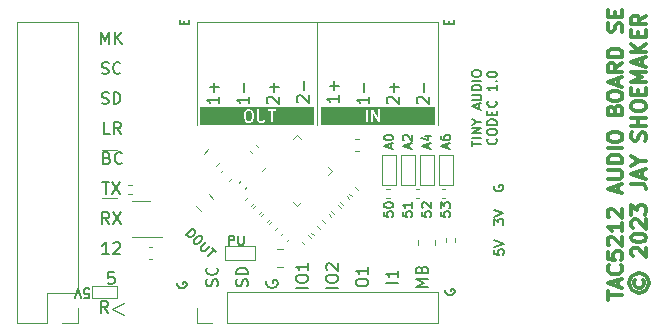
<source format=gbr>
%TF.GenerationSoftware,KiCad,Pcbnew,8.0.7*%
%TF.CreationDate,2024-12-21T10:34:04-05:00*%
%TF.ProjectId,tac5212_audio_board_single_ended,74616335-3231-4325-9f61-7564696f5f62,rev?*%
%TF.SameCoordinates,Original*%
%TF.FileFunction,Legend,Top*%
%TF.FilePolarity,Positive*%
%FSLAX46Y46*%
G04 Gerber Fmt 4.6, Leading zero omitted, Abs format (unit mm)*
G04 Created by KiCad (PCBNEW 8.0.7) date 2024-12-21 10:34:04*
%MOMM*%
%LPD*%
G01*
G04 APERTURE LIST*
%ADD10C,0.300000*%
%ADD11C,0.200000*%
%ADD12C,0.150000*%
%ADD13C,0.120000*%
%ADD14C,0.100000*%
G04 APERTURE END LIST*
D10*
X135506458Y-121921428D02*
X135506458Y-121207142D01*
X136756458Y-121564285D02*
X135506458Y-121564285D01*
X136399315Y-120849999D02*
X136399315Y-120254761D01*
X136756458Y-120969047D02*
X135506458Y-120552380D01*
X135506458Y-120552380D02*
X136756458Y-120135714D01*
X136637411Y-119004761D02*
X136696935Y-119064285D01*
X136696935Y-119064285D02*
X136756458Y-119242856D01*
X136756458Y-119242856D02*
X136756458Y-119361904D01*
X136756458Y-119361904D02*
X136696935Y-119540475D01*
X136696935Y-119540475D02*
X136577887Y-119659523D01*
X136577887Y-119659523D02*
X136458839Y-119719046D01*
X136458839Y-119719046D02*
X136220744Y-119778570D01*
X136220744Y-119778570D02*
X136042173Y-119778570D01*
X136042173Y-119778570D02*
X135804077Y-119719046D01*
X135804077Y-119719046D02*
X135685030Y-119659523D01*
X135685030Y-119659523D02*
X135565982Y-119540475D01*
X135565982Y-119540475D02*
X135506458Y-119361904D01*
X135506458Y-119361904D02*
X135506458Y-119242856D01*
X135506458Y-119242856D02*
X135565982Y-119064285D01*
X135565982Y-119064285D02*
X135625506Y-119004761D01*
X135506458Y-117873808D02*
X135506458Y-118469046D01*
X135506458Y-118469046D02*
X136101696Y-118528570D01*
X136101696Y-118528570D02*
X136042173Y-118469046D01*
X136042173Y-118469046D02*
X135982649Y-118349999D01*
X135982649Y-118349999D02*
X135982649Y-118052380D01*
X135982649Y-118052380D02*
X136042173Y-117933332D01*
X136042173Y-117933332D02*
X136101696Y-117873808D01*
X136101696Y-117873808D02*
X136220744Y-117814285D01*
X136220744Y-117814285D02*
X136518363Y-117814285D01*
X136518363Y-117814285D02*
X136637411Y-117873808D01*
X136637411Y-117873808D02*
X136696935Y-117933332D01*
X136696935Y-117933332D02*
X136756458Y-118052380D01*
X136756458Y-118052380D02*
X136756458Y-118349999D01*
X136756458Y-118349999D02*
X136696935Y-118469046D01*
X136696935Y-118469046D02*
X136637411Y-118528570D01*
X135625506Y-117338094D02*
X135565982Y-117278570D01*
X135565982Y-117278570D02*
X135506458Y-117159523D01*
X135506458Y-117159523D02*
X135506458Y-116861904D01*
X135506458Y-116861904D02*
X135565982Y-116742856D01*
X135565982Y-116742856D02*
X135625506Y-116683332D01*
X135625506Y-116683332D02*
X135744554Y-116623809D01*
X135744554Y-116623809D02*
X135863601Y-116623809D01*
X135863601Y-116623809D02*
X136042173Y-116683332D01*
X136042173Y-116683332D02*
X136756458Y-117397618D01*
X136756458Y-117397618D02*
X136756458Y-116623809D01*
X136756458Y-115433333D02*
X136756458Y-116147618D01*
X136756458Y-115790475D02*
X135506458Y-115790475D01*
X135506458Y-115790475D02*
X135685030Y-115909523D01*
X135685030Y-115909523D02*
X135804077Y-116028571D01*
X135804077Y-116028571D02*
X135863601Y-116147618D01*
X135625506Y-114957142D02*
X135565982Y-114897618D01*
X135565982Y-114897618D02*
X135506458Y-114778571D01*
X135506458Y-114778571D02*
X135506458Y-114480952D01*
X135506458Y-114480952D02*
X135565982Y-114361904D01*
X135565982Y-114361904D02*
X135625506Y-114302380D01*
X135625506Y-114302380D02*
X135744554Y-114242857D01*
X135744554Y-114242857D02*
X135863601Y-114242857D01*
X135863601Y-114242857D02*
X136042173Y-114302380D01*
X136042173Y-114302380D02*
X136756458Y-115016666D01*
X136756458Y-115016666D02*
X136756458Y-114242857D01*
X136399315Y-112814285D02*
X136399315Y-112219047D01*
X136756458Y-112933333D02*
X135506458Y-112516666D01*
X135506458Y-112516666D02*
X136756458Y-112100000D01*
X135506458Y-111683332D02*
X136518363Y-111683332D01*
X136518363Y-111683332D02*
X136637411Y-111623809D01*
X136637411Y-111623809D02*
X136696935Y-111564285D01*
X136696935Y-111564285D02*
X136756458Y-111445237D01*
X136756458Y-111445237D02*
X136756458Y-111207142D01*
X136756458Y-111207142D02*
X136696935Y-111088094D01*
X136696935Y-111088094D02*
X136637411Y-111028571D01*
X136637411Y-111028571D02*
X136518363Y-110969047D01*
X136518363Y-110969047D02*
X135506458Y-110969047D01*
X136756458Y-110373808D02*
X135506458Y-110373808D01*
X135506458Y-110373808D02*
X135506458Y-110076189D01*
X135506458Y-110076189D02*
X135565982Y-109897618D01*
X135565982Y-109897618D02*
X135685030Y-109778570D01*
X135685030Y-109778570D02*
X135804077Y-109719047D01*
X135804077Y-109719047D02*
X136042173Y-109659523D01*
X136042173Y-109659523D02*
X136220744Y-109659523D01*
X136220744Y-109659523D02*
X136458839Y-109719047D01*
X136458839Y-109719047D02*
X136577887Y-109778570D01*
X136577887Y-109778570D02*
X136696935Y-109897618D01*
X136696935Y-109897618D02*
X136756458Y-110076189D01*
X136756458Y-110076189D02*
X136756458Y-110373808D01*
X136756458Y-109123808D02*
X135506458Y-109123808D01*
X135506458Y-108290475D02*
X135506458Y-108052380D01*
X135506458Y-108052380D02*
X135565982Y-107933332D01*
X135565982Y-107933332D02*
X135685030Y-107814285D01*
X135685030Y-107814285D02*
X135923125Y-107754761D01*
X135923125Y-107754761D02*
X136339792Y-107754761D01*
X136339792Y-107754761D02*
X136577887Y-107814285D01*
X136577887Y-107814285D02*
X136696935Y-107933332D01*
X136696935Y-107933332D02*
X136756458Y-108052380D01*
X136756458Y-108052380D02*
X136756458Y-108290475D01*
X136756458Y-108290475D02*
X136696935Y-108409523D01*
X136696935Y-108409523D02*
X136577887Y-108528570D01*
X136577887Y-108528570D02*
X136339792Y-108588094D01*
X136339792Y-108588094D02*
X135923125Y-108588094D01*
X135923125Y-108588094D02*
X135685030Y-108528570D01*
X135685030Y-108528570D02*
X135565982Y-108409523D01*
X135565982Y-108409523D02*
X135506458Y-108290475D01*
X136101696Y-105849999D02*
X136161220Y-105671427D01*
X136161220Y-105671427D02*
X136220744Y-105611904D01*
X136220744Y-105611904D02*
X136339792Y-105552380D01*
X136339792Y-105552380D02*
X136518363Y-105552380D01*
X136518363Y-105552380D02*
X136637411Y-105611904D01*
X136637411Y-105611904D02*
X136696935Y-105671427D01*
X136696935Y-105671427D02*
X136756458Y-105790475D01*
X136756458Y-105790475D02*
X136756458Y-106266665D01*
X136756458Y-106266665D02*
X135506458Y-106266665D01*
X135506458Y-106266665D02*
X135506458Y-105849999D01*
X135506458Y-105849999D02*
X135565982Y-105730951D01*
X135565982Y-105730951D02*
X135625506Y-105671427D01*
X135625506Y-105671427D02*
X135744554Y-105611904D01*
X135744554Y-105611904D02*
X135863601Y-105611904D01*
X135863601Y-105611904D02*
X135982649Y-105671427D01*
X135982649Y-105671427D02*
X136042173Y-105730951D01*
X136042173Y-105730951D02*
X136101696Y-105849999D01*
X136101696Y-105849999D02*
X136101696Y-106266665D01*
X135506458Y-104778570D02*
X135506458Y-104540475D01*
X135506458Y-104540475D02*
X135565982Y-104421427D01*
X135565982Y-104421427D02*
X135685030Y-104302380D01*
X135685030Y-104302380D02*
X135923125Y-104242856D01*
X135923125Y-104242856D02*
X136339792Y-104242856D01*
X136339792Y-104242856D02*
X136577887Y-104302380D01*
X136577887Y-104302380D02*
X136696935Y-104421427D01*
X136696935Y-104421427D02*
X136756458Y-104540475D01*
X136756458Y-104540475D02*
X136756458Y-104778570D01*
X136756458Y-104778570D02*
X136696935Y-104897618D01*
X136696935Y-104897618D02*
X136577887Y-105016665D01*
X136577887Y-105016665D02*
X136339792Y-105076189D01*
X136339792Y-105076189D02*
X135923125Y-105076189D01*
X135923125Y-105076189D02*
X135685030Y-105016665D01*
X135685030Y-105016665D02*
X135565982Y-104897618D01*
X135565982Y-104897618D02*
X135506458Y-104778570D01*
X136399315Y-103766665D02*
X136399315Y-103171427D01*
X136756458Y-103885713D02*
X135506458Y-103469046D01*
X135506458Y-103469046D02*
X136756458Y-103052380D01*
X136756458Y-101921427D02*
X136161220Y-102338093D01*
X136756458Y-102635712D02*
X135506458Y-102635712D01*
X135506458Y-102635712D02*
X135506458Y-102159522D01*
X135506458Y-102159522D02*
X135565982Y-102040474D01*
X135565982Y-102040474D02*
X135625506Y-101980951D01*
X135625506Y-101980951D02*
X135744554Y-101921427D01*
X135744554Y-101921427D02*
X135923125Y-101921427D01*
X135923125Y-101921427D02*
X136042173Y-101980951D01*
X136042173Y-101980951D02*
X136101696Y-102040474D01*
X136101696Y-102040474D02*
X136161220Y-102159522D01*
X136161220Y-102159522D02*
X136161220Y-102635712D01*
X136756458Y-101385712D02*
X135506458Y-101385712D01*
X135506458Y-101385712D02*
X135506458Y-101088093D01*
X135506458Y-101088093D02*
X135565982Y-100909522D01*
X135565982Y-100909522D02*
X135685030Y-100790474D01*
X135685030Y-100790474D02*
X135804077Y-100730951D01*
X135804077Y-100730951D02*
X136042173Y-100671427D01*
X136042173Y-100671427D02*
X136220744Y-100671427D01*
X136220744Y-100671427D02*
X136458839Y-100730951D01*
X136458839Y-100730951D02*
X136577887Y-100790474D01*
X136577887Y-100790474D02*
X136696935Y-100909522D01*
X136696935Y-100909522D02*
X136756458Y-101088093D01*
X136756458Y-101088093D02*
X136756458Y-101385712D01*
X136696935Y-99242855D02*
X136756458Y-99064284D01*
X136756458Y-99064284D02*
X136756458Y-98766665D01*
X136756458Y-98766665D02*
X136696935Y-98647617D01*
X136696935Y-98647617D02*
X136637411Y-98588093D01*
X136637411Y-98588093D02*
X136518363Y-98528570D01*
X136518363Y-98528570D02*
X136399315Y-98528570D01*
X136399315Y-98528570D02*
X136280268Y-98588093D01*
X136280268Y-98588093D02*
X136220744Y-98647617D01*
X136220744Y-98647617D02*
X136161220Y-98766665D01*
X136161220Y-98766665D02*
X136101696Y-99004760D01*
X136101696Y-99004760D02*
X136042173Y-99123808D01*
X136042173Y-99123808D02*
X135982649Y-99183331D01*
X135982649Y-99183331D02*
X135863601Y-99242855D01*
X135863601Y-99242855D02*
X135744554Y-99242855D01*
X135744554Y-99242855D02*
X135625506Y-99183331D01*
X135625506Y-99183331D02*
X135565982Y-99123808D01*
X135565982Y-99123808D02*
X135506458Y-99004760D01*
X135506458Y-99004760D02*
X135506458Y-98707141D01*
X135506458Y-98707141D02*
X135565982Y-98528570D01*
X136101696Y-97992855D02*
X136101696Y-97576189D01*
X136756458Y-97397617D02*
X136756458Y-97992855D01*
X136756458Y-97992855D02*
X135506458Y-97992855D01*
X135506458Y-97992855D02*
X135506458Y-97397617D01*
X137816507Y-120254761D02*
X137756984Y-120373808D01*
X137756984Y-120373808D02*
X137756984Y-120611904D01*
X137756984Y-120611904D02*
X137816507Y-120730951D01*
X137816507Y-120730951D02*
X137935555Y-120849999D01*
X137935555Y-120849999D02*
X138054603Y-120909523D01*
X138054603Y-120909523D02*
X138292698Y-120909523D01*
X138292698Y-120909523D02*
X138411745Y-120849999D01*
X138411745Y-120849999D02*
X138530793Y-120730951D01*
X138530793Y-120730951D02*
X138590317Y-120611904D01*
X138590317Y-120611904D02*
X138590317Y-120373808D01*
X138590317Y-120373808D02*
X138530793Y-120254761D01*
X137340317Y-120492856D02*
X137399841Y-120790475D01*
X137399841Y-120790475D02*
X137578412Y-121088094D01*
X137578412Y-121088094D02*
X137876031Y-121266665D01*
X137876031Y-121266665D02*
X138173650Y-121326189D01*
X138173650Y-121326189D02*
X138471269Y-121266665D01*
X138471269Y-121266665D02*
X138768888Y-121088094D01*
X138768888Y-121088094D02*
X138947460Y-120790475D01*
X138947460Y-120790475D02*
X139006984Y-120492856D01*
X139006984Y-120492856D02*
X138947460Y-120195237D01*
X138947460Y-120195237D02*
X138768888Y-119897618D01*
X138768888Y-119897618D02*
X138471269Y-119719046D01*
X138471269Y-119719046D02*
X138173650Y-119659523D01*
X138173650Y-119659523D02*
X137876031Y-119719046D01*
X137876031Y-119719046D02*
X137578412Y-119897618D01*
X137578412Y-119897618D02*
X137399841Y-120195237D01*
X137399841Y-120195237D02*
X137340317Y-120492856D01*
X137637936Y-118230951D02*
X137578412Y-118171427D01*
X137578412Y-118171427D02*
X137518888Y-118052380D01*
X137518888Y-118052380D02*
X137518888Y-117754761D01*
X137518888Y-117754761D02*
X137578412Y-117635713D01*
X137578412Y-117635713D02*
X137637936Y-117576189D01*
X137637936Y-117576189D02*
X137756984Y-117516666D01*
X137756984Y-117516666D02*
X137876031Y-117516666D01*
X137876031Y-117516666D02*
X138054603Y-117576189D01*
X138054603Y-117576189D02*
X138768888Y-118290475D01*
X138768888Y-118290475D02*
X138768888Y-117516666D01*
X137518888Y-116742856D02*
X137518888Y-116623809D01*
X137518888Y-116623809D02*
X137578412Y-116504761D01*
X137578412Y-116504761D02*
X137637936Y-116445237D01*
X137637936Y-116445237D02*
X137756984Y-116385713D01*
X137756984Y-116385713D02*
X137995079Y-116326190D01*
X137995079Y-116326190D02*
X138292698Y-116326190D01*
X138292698Y-116326190D02*
X138530793Y-116385713D01*
X138530793Y-116385713D02*
X138649841Y-116445237D01*
X138649841Y-116445237D02*
X138709365Y-116504761D01*
X138709365Y-116504761D02*
X138768888Y-116623809D01*
X138768888Y-116623809D02*
X138768888Y-116742856D01*
X138768888Y-116742856D02*
X138709365Y-116861904D01*
X138709365Y-116861904D02*
X138649841Y-116921428D01*
X138649841Y-116921428D02*
X138530793Y-116980951D01*
X138530793Y-116980951D02*
X138292698Y-117040475D01*
X138292698Y-117040475D02*
X137995079Y-117040475D01*
X137995079Y-117040475D02*
X137756984Y-116980951D01*
X137756984Y-116980951D02*
X137637936Y-116921428D01*
X137637936Y-116921428D02*
X137578412Y-116861904D01*
X137578412Y-116861904D02*
X137518888Y-116742856D01*
X137637936Y-115849999D02*
X137578412Y-115790475D01*
X137578412Y-115790475D02*
X137518888Y-115671428D01*
X137518888Y-115671428D02*
X137518888Y-115373809D01*
X137518888Y-115373809D02*
X137578412Y-115254761D01*
X137578412Y-115254761D02*
X137637936Y-115195237D01*
X137637936Y-115195237D02*
X137756984Y-115135714D01*
X137756984Y-115135714D02*
X137876031Y-115135714D01*
X137876031Y-115135714D02*
X138054603Y-115195237D01*
X138054603Y-115195237D02*
X138768888Y-115909523D01*
X138768888Y-115909523D02*
X138768888Y-115135714D01*
X137518888Y-114719047D02*
X137518888Y-113945238D01*
X137518888Y-113945238D02*
X137995079Y-114361904D01*
X137995079Y-114361904D02*
X137995079Y-114183333D01*
X137995079Y-114183333D02*
X138054603Y-114064285D01*
X138054603Y-114064285D02*
X138114126Y-114004761D01*
X138114126Y-114004761D02*
X138233174Y-113945238D01*
X138233174Y-113945238D02*
X138530793Y-113945238D01*
X138530793Y-113945238D02*
X138649841Y-114004761D01*
X138649841Y-114004761D02*
X138709365Y-114064285D01*
X138709365Y-114064285D02*
X138768888Y-114183333D01*
X138768888Y-114183333D02*
X138768888Y-114540476D01*
X138768888Y-114540476D02*
X138709365Y-114659523D01*
X138709365Y-114659523D02*
X138649841Y-114719047D01*
X137518888Y-112100000D02*
X138411745Y-112100000D01*
X138411745Y-112100000D02*
X138590317Y-112159523D01*
X138590317Y-112159523D02*
X138709365Y-112278571D01*
X138709365Y-112278571D02*
X138768888Y-112457142D01*
X138768888Y-112457142D02*
X138768888Y-112576190D01*
X138411745Y-111564285D02*
X138411745Y-110969047D01*
X138768888Y-111683333D02*
X137518888Y-111266666D01*
X137518888Y-111266666D02*
X138768888Y-110850000D01*
X138173650Y-110195237D02*
X138768888Y-110195237D01*
X137518888Y-110611904D02*
X138173650Y-110195237D01*
X138173650Y-110195237D02*
X137518888Y-109778571D01*
X138709365Y-108469046D02*
X138768888Y-108290475D01*
X138768888Y-108290475D02*
X138768888Y-107992856D01*
X138768888Y-107992856D02*
X138709365Y-107873808D01*
X138709365Y-107873808D02*
X138649841Y-107814284D01*
X138649841Y-107814284D02*
X138530793Y-107754761D01*
X138530793Y-107754761D02*
X138411745Y-107754761D01*
X138411745Y-107754761D02*
X138292698Y-107814284D01*
X138292698Y-107814284D02*
X138233174Y-107873808D01*
X138233174Y-107873808D02*
X138173650Y-107992856D01*
X138173650Y-107992856D02*
X138114126Y-108230951D01*
X138114126Y-108230951D02*
X138054603Y-108349999D01*
X138054603Y-108349999D02*
X137995079Y-108409522D01*
X137995079Y-108409522D02*
X137876031Y-108469046D01*
X137876031Y-108469046D02*
X137756984Y-108469046D01*
X137756984Y-108469046D02*
X137637936Y-108409522D01*
X137637936Y-108409522D02*
X137578412Y-108349999D01*
X137578412Y-108349999D02*
X137518888Y-108230951D01*
X137518888Y-108230951D02*
X137518888Y-107933332D01*
X137518888Y-107933332D02*
X137578412Y-107754761D01*
X138768888Y-107219046D02*
X137518888Y-107219046D01*
X138114126Y-107219046D02*
X138114126Y-106504761D01*
X138768888Y-106504761D02*
X137518888Y-106504761D01*
X137518888Y-105671427D02*
X137518888Y-105433332D01*
X137518888Y-105433332D02*
X137578412Y-105314284D01*
X137578412Y-105314284D02*
X137697460Y-105195237D01*
X137697460Y-105195237D02*
X137935555Y-105135713D01*
X137935555Y-105135713D02*
X138352222Y-105135713D01*
X138352222Y-105135713D02*
X138590317Y-105195237D01*
X138590317Y-105195237D02*
X138709365Y-105314284D01*
X138709365Y-105314284D02*
X138768888Y-105433332D01*
X138768888Y-105433332D02*
X138768888Y-105671427D01*
X138768888Y-105671427D02*
X138709365Y-105790475D01*
X138709365Y-105790475D02*
X138590317Y-105909522D01*
X138590317Y-105909522D02*
X138352222Y-105969046D01*
X138352222Y-105969046D02*
X137935555Y-105969046D01*
X137935555Y-105969046D02*
X137697460Y-105909522D01*
X137697460Y-105909522D02*
X137578412Y-105790475D01*
X137578412Y-105790475D02*
X137518888Y-105671427D01*
X138114126Y-104599998D02*
X138114126Y-104183332D01*
X138768888Y-104004760D02*
X138768888Y-104599998D01*
X138768888Y-104599998D02*
X137518888Y-104599998D01*
X137518888Y-104599998D02*
X137518888Y-104004760D01*
X138768888Y-103469046D02*
X137518888Y-103469046D01*
X137518888Y-103469046D02*
X138411745Y-103052380D01*
X138411745Y-103052380D02*
X137518888Y-102635713D01*
X137518888Y-102635713D02*
X138768888Y-102635713D01*
X138411745Y-102099999D02*
X138411745Y-101504761D01*
X138768888Y-102219047D02*
X137518888Y-101802380D01*
X137518888Y-101802380D02*
X138768888Y-101385714D01*
X138768888Y-100969046D02*
X137518888Y-100969046D01*
X138768888Y-100254761D02*
X138054603Y-100790475D01*
X137518888Y-100254761D02*
X138233174Y-100969046D01*
X138114126Y-99719046D02*
X138114126Y-99302380D01*
X138768888Y-99123808D02*
X138768888Y-99719046D01*
X138768888Y-99719046D02*
X137518888Y-99719046D01*
X137518888Y-99719046D02*
X137518888Y-99123808D01*
X138768888Y-97873809D02*
X138173650Y-98290475D01*
X138768888Y-98588094D02*
X137518888Y-98588094D01*
X137518888Y-98588094D02*
X137518888Y-98111904D01*
X137518888Y-98111904D02*
X137578412Y-97992856D01*
X137578412Y-97992856D02*
X137637936Y-97933333D01*
X137637936Y-97933333D02*
X137756984Y-97873809D01*
X137756984Y-97873809D02*
X137935555Y-97873809D01*
X137935555Y-97873809D02*
X138054603Y-97933333D01*
X138054603Y-97933333D02*
X138114126Y-97992856D01*
X138114126Y-97992856D02*
X138173650Y-98111904D01*
X138173650Y-98111904D02*
X138173650Y-98588094D01*
D11*
X124027695Y-108957141D02*
X124027695Y-108499998D01*
X124827695Y-108728570D02*
X124027695Y-108728570D01*
X124827695Y-108233331D02*
X124027695Y-108233331D01*
X124827695Y-107852379D02*
X124027695Y-107852379D01*
X124027695Y-107852379D02*
X124827695Y-107395236D01*
X124827695Y-107395236D02*
X124027695Y-107395236D01*
X124446742Y-106861903D02*
X124827695Y-106861903D01*
X124027695Y-107128570D02*
X124446742Y-106861903D01*
X124446742Y-106861903D02*
X124027695Y-106595237D01*
X124599123Y-105757142D02*
X124599123Y-105376189D01*
X124827695Y-105833332D02*
X124027695Y-105566665D01*
X124027695Y-105566665D02*
X124827695Y-105299999D01*
X124027695Y-105033332D02*
X124675314Y-105033332D01*
X124675314Y-105033332D02*
X124751504Y-104995237D01*
X124751504Y-104995237D02*
X124789600Y-104957142D01*
X124789600Y-104957142D02*
X124827695Y-104880951D01*
X124827695Y-104880951D02*
X124827695Y-104728570D01*
X124827695Y-104728570D02*
X124789600Y-104652380D01*
X124789600Y-104652380D02*
X124751504Y-104614285D01*
X124751504Y-104614285D02*
X124675314Y-104576189D01*
X124675314Y-104576189D02*
X124027695Y-104576189D01*
X124827695Y-104195237D02*
X124027695Y-104195237D01*
X124027695Y-104195237D02*
X124027695Y-104004761D01*
X124027695Y-104004761D02*
X124065790Y-103890475D01*
X124065790Y-103890475D02*
X124141980Y-103814285D01*
X124141980Y-103814285D02*
X124218171Y-103776190D01*
X124218171Y-103776190D02*
X124370552Y-103738094D01*
X124370552Y-103738094D02*
X124484838Y-103738094D01*
X124484838Y-103738094D02*
X124637219Y-103776190D01*
X124637219Y-103776190D02*
X124713409Y-103814285D01*
X124713409Y-103814285D02*
X124789600Y-103890475D01*
X124789600Y-103890475D02*
X124827695Y-104004761D01*
X124827695Y-104004761D02*
X124827695Y-104195237D01*
X124827695Y-103395237D02*
X124027695Y-103395237D01*
X124027695Y-102861904D02*
X124027695Y-102709523D01*
X124027695Y-102709523D02*
X124065790Y-102633333D01*
X124065790Y-102633333D02*
X124141980Y-102557142D01*
X124141980Y-102557142D02*
X124294361Y-102519047D01*
X124294361Y-102519047D02*
X124561028Y-102519047D01*
X124561028Y-102519047D02*
X124713409Y-102557142D01*
X124713409Y-102557142D02*
X124789600Y-102633333D01*
X124789600Y-102633333D02*
X124827695Y-102709523D01*
X124827695Y-102709523D02*
X124827695Y-102861904D01*
X124827695Y-102861904D02*
X124789600Y-102938095D01*
X124789600Y-102938095D02*
X124713409Y-103014285D01*
X124713409Y-103014285D02*
X124561028Y-103052381D01*
X124561028Y-103052381D02*
X124294361Y-103052381D01*
X124294361Y-103052381D02*
X124141980Y-103014285D01*
X124141980Y-103014285D02*
X124065790Y-102938095D01*
X124065790Y-102938095D02*
X124027695Y-102861904D01*
X126039459Y-108290475D02*
X126077555Y-108328571D01*
X126077555Y-108328571D02*
X126115650Y-108442856D01*
X126115650Y-108442856D02*
X126115650Y-108519047D01*
X126115650Y-108519047D02*
X126077555Y-108633333D01*
X126077555Y-108633333D02*
X126001364Y-108709523D01*
X126001364Y-108709523D02*
X125925174Y-108747618D01*
X125925174Y-108747618D02*
X125772793Y-108785714D01*
X125772793Y-108785714D02*
X125658507Y-108785714D01*
X125658507Y-108785714D02*
X125506126Y-108747618D01*
X125506126Y-108747618D02*
X125429935Y-108709523D01*
X125429935Y-108709523D02*
X125353745Y-108633333D01*
X125353745Y-108633333D02*
X125315650Y-108519047D01*
X125315650Y-108519047D02*
X125315650Y-108442856D01*
X125315650Y-108442856D02*
X125353745Y-108328571D01*
X125353745Y-108328571D02*
X125391840Y-108290475D01*
X125315650Y-107795237D02*
X125315650Y-107642856D01*
X125315650Y-107642856D02*
X125353745Y-107566666D01*
X125353745Y-107566666D02*
X125429935Y-107490475D01*
X125429935Y-107490475D02*
X125582316Y-107452380D01*
X125582316Y-107452380D02*
X125848983Y-107452380D01*
X125848983Y-107452380D02*
X126001364Y-107490475D01*
X126001364Y-107490475D02*
X126077555Y-107566666D01*
X126077555Y-107566666D02*
X126115650Y-107642856D01*
X126115650Y-107642856D02*
X126115650Y-107795237D01*
X126115650Y-107795237D02*
X126077555Y-107871428D01*
X126077555Y-107871428D02*
X126001364Y-107947618D01*
X126001364Y-107947618D02*
X125848983Y-107985714D01*
X125848983Y-107985714D02*
X125582316Y-107985714D01*
X125582316Y-107985714D02*
X125429935Y-107947618D01*
X125429935Y-107947618D02*
X125353745Y-107871428D01*
X125353745Y-107871428D02*
X125315650Y-107795237D01*
X126115650Y-107109523D02*
X125315650Y-107109523D01*
X125315650Y-107109523D02*
X125315650Y-106919047D01*
X125315650Y-106919047D02*
X125353745Y-106804761D01*
X125353745Y-106804761D02*
X125429935Y-106728571D01*
X125429935Y-106728571D02*
X125506126Y-106690476D01*
X125506126Y-106690476D02*
X125658507Y-106652380D01*
X125658507Y-106652380D02*
X125772793Y-106652380D01*
X125772793Y-106652380D02*
X125925174Y-106690476D01*
X125925174Y-106690476D02*
X126001364Y-106728571D01*
X126001364Y-106728571D02*
X126077555Y-106804761D01*
X126077555Y-106804761D02*
X126115650Y-106919047D01*
X126115650Y-106919047D02*
X126115650Y-107109523D01*
X125696602Y-106309523D02*
X125696602Y-106042857D01*
X126115650Y-105928571D02*
X126115650Y-106309523D01*
X126115650Y-106309523D02*
X125315650Y-106309523D01*
X125315650Y-106309523D02*
X125315650Y-105928571D01*
X126039459Y-105128570D02*
X126077555Y-105166666D01*
X126077555Y-105166666D02*
X126115650Y-105280951D01*
X126115650Y-105280951D02*
X126115650Y-105357142D01*
X126115650Y-105357142D02*
X126077555Y-105471428D01*
X126077555Y-105471428D02*
X126001364Y-105547618D01*
X126001364Y-105547618D02*
X125925174Y-105585713D01*
X125925174Y-105585713D02*
X125772793Y-105623809D01*
X125772793Y-105623809D02*
X125658507Y-105623809D01*
X125658507Y-105623809D02*
X125506126Y-105585713D01*
X125506126Y-105585713D02*
X125429935Y-105547618D01*
X125429935Y-105547618D02*
X125353745Y-105471428D01*
X125353745Y-105471428D02*
X125315650Y-105357142D01*
X125315650Y-105357142D02*
X125315650Y-105280951D01*
X125315650Y-105280951D02*
X125353745Y-105166666D01*
X125353745Y-105166666D02*
X125391840Y-105128570D01*
X126115650Y-103757142D02*
X126115650Y-104214285D01*
X126115650Y-103985713D02*
X125315650Y-103985713D01*
X125315650Y-103985713D02*
X125429935Y-104061904D01*
X125429935Y-104061904D02*
X125506126Y-104138094D01*
X125506126Y-104138094D02*
X125544221Y-104214285D01*
X126039459Y-103414284D02*
X126077555Y-103376189D01*
X126077555Y-103376189D02*
X126115650Y-103414284D01*
X126115650Y-103414284D02*
X126077555Y-103452380D01*
X126077555Y-103452380D02*
X126039459Y-103414284D01*
X126039459Y-103414284D02*
X126115650Y-103414284D01*
X125315650Y-102880951D02*
X125315650Y-102804761D01*
X125315650Y-102804761D02*
X125353745Y-102728570D01*
X125353745Y-102728570D02*
X125391840Y-102690475D01*
X125391840Y-102690475D02*
X125468031Y-102652380D01*
X125468031Y-102652380D02*
X125620412Y-102614285D01*
X125620412Y-102614285D02*
X125810888Y-102614285D01*
X125810888Y-102614285D02*
X125963269Y-102652380D01*
X125963269Y-102652380D02*
X126039459Y-102690475D01*
X126039459Y-102690475D02*
X126077555Y-102728570D01*
X126077555Y-102728570D02*
X126115650Y-102804761D01*
X126115650Y-102804761D02*
X126115650Y-102880951D01*
X126115650Y-102880951D02*
X126077555Y-102957142D01*
X126077555Y-102957142D02*
X126039459Y-102995237D01*
X126039459Y-102995237D02*
X125963269Y-103033332D01*
X125963269Y-103033332D02*
X125810888Y-103071428D01*
X125810888Y-103071428D02*
X125620412Y-103071428D01*
X125620412Y-103071428D02*
X125468031Y-103033332D01*
X125468031Y-103033332D02*
X125391840Y-102995237D01*
X125391840Y-102995237D02*
X125353745Y-102957142D01*
X125353745Y-102957142D02*
X125315650Y-102880951D01*
D12*
X114207319Y-120571428D02*
X114207319Y-120380952D01*
X114207319Y-120380952D02*
X114254938Y-120285714D01*
X114254938Y-120285714D02*
X114350176Y-120190476D01*
X114350176Y-120190476D02*
X114540652Y-120142857D01*
X114540652Y-120142857D02*
X114873985Y-120142857D01*
X114873985Y-120142857D02*
X115064461Y-120190476D01*
X115064461Y-120190476D02*
X115159700Y-120285714D01*
X115159700Y-120285714D02*
X115207319Y-120380952D01*
X115207319Y-120380952D02*
X115207319Y-120571428D01*
X115207319Y-120571428D02*
X115159700Y-120666666D01*
X115159700Y-120666666D02*
X115064461Y-120761904D01*
X115064461Y-120761904D02*
X114873985Y-120809523D01*
X114873985Y-120809523D02*
X114540652Y-120809523D01*
X114540652Y-120809523D02*
X114350176Y-120761904D01*
X114350176Y-120761904D02*
X114254938Y-120666666D01*
X114254938Y-120666666D02*
X114207319Y-120571428D01*
X115207319Y-119190476D02*
X115207319Y-119761904D01*
X115207319Y-119476190D02*
X114207319Y-119476190D01*
X114207319Y-119476190D02*
X114350176Y-119571428D01*
X114350176Y-119571428D02*
X114445414Y-119666666D01*
X114445414Y-119666666D02*
X114493033Y-119761904D01*
X119442557Y-105304761D02*
X119394938Y-105257142D01*
X119394938Y-105257142D02*
X119347319Y-105161904D01*
X119347319Y-105161904D02*
X119347319Y-104923809D01*
X119347319Y-104923809D02*
X119394938Y-104828571D01*
X119394938Y-104828571D02*
X119442557Y-104780952D01*
X119442557Y-104780952D02*
X119537795Y-104733333D01*
X119537795Y-104733333D02*
X119633033Y-104733333D01*
X119633033Y-104733333D02*
X119775890Y-104780952D01*
X119775890Y-104780952D02*
X120347319Y-105352380D01*
X120347319Y-105352380D02*
X120347319Y-104733333D01*
X119966366Y-104304761D02*
X119966366Y-103542857D01*
X109282557Y-105209761D02*
X109234938Y-105162142D01*
X109234938Y-105162142D02*
X109187319Y-105066904D01*
X109187319Y-105066904D02*
X109187319Y-104828809D01*
X109187319Y-104828809D02*
X109234938Y-104733571D01*
X109234938Y-104733571D02*
X109282557Y-104685952D01*
X109282557Y-104685952D02*
X109377795Y-104638333D01*
X109377795Y-104638333D02*
X109473033Y-104638333D01*
X109473033Y-104638333D02*
X109615890Y-104685952D01*
X109615890Y-104685952D02*
X110187319Y-105257380D01*
X110187319Y-105257380D02*
X110187319Y-104638333D01*
X109806366Y-104209761D02*
X109806366Y-103447857D01*
X102459700Y-120785713D02*
X102507319Y-120642856D01*
X102507319Y-120642856D02*
X102507319Y-120404761D01*
X102507319Y-120404761D02*
X102459700Y-120309523D01*
X102459700Y-120309523D02*
X102412080Y-120261904D01*
X102412080Y-120261904D02*
X102316842Y-120214285D01*
X102316842Y-120214285D02*
X102221604Y-120214285D01*
X102221604Y-120214285D02*
X102126366Y-120261904D01*
X102126366Y-120261904D02*
X102078747Y-120309523D01*
X102078747Y-120309523D02*
X102031128Y-120404761D01*
X102031128Y-120404761D02*
X101983509Y-120595237D01*
X101983509Y-120595237D02*
X101935890Y-120690475D01*
X101935890Y-120690475D02*
X101888271Y-120738094D01*
X101888271Y-120738094D02*
X101793033Y-120785713D01*
X101793033Y-120785713D02*
X101697795Y-120785713D01*
X101697795Y-120785713D02*
X101602557Y-120738094D01*
X101602557Y-120738094D02*
X101554938Y-120690475D01*
X101554938Y-120690475D02*
X101507319Y-120595237D01*
X101507319Y-120595237D02*
X101507319Y-120357142D01*
X101507319Y-120357142D02*
X101554938Y-120214285D01*
X102412080Y-119214285D02*
X102459700Y-119261904D01*
X102459700Y-119261904D02*
X102507319Y-119404761D01*
X102507319Y-119404761D02*
X102507319Y-119499999D01*
X102507319Y-119499999D02*
X102459700Y-119642856D01*
X102459700Y-119642856D02*
X102364461Y-119738094D01*
X102364461Y-119738094D02*
X102269223Y-119785713D01*
X102269223Y-119785713D02*
X102078747Y-119833332D01*
X102078747Y-119833332D02*
X101935890Y-119833332D01*
X101935890Y-119833332D02*
X101745414Y-119785713D01*
X101745414Y-119785713D02*
X101650176Y-119738094D01*
X101650176Y-119738094D02*
X101554938Y-119642856D01*
X101554938Y-119642856D02*
X101507319Y-119499999D01*
X101507319Y-119499999D02*
X101507319Y-119404761D01*
X101507319Y-119404761D02*
X101554938Y-119261904D01*
X101554938Y-119261904D02*
X101602557Y-119214285D01*
X93192023Y-123059819D02*
X92858690Y-122583628D01*
X92620595Y-123059819D02*
X92620595Y-122059819D01*
X92620595Y-122059819D02*
X93001547Y-122059819D01*
X93001547Y-122059819D02*
X93096785Y-122107438D01*
X93096785Y-122107438D02*
X93144404Y-122155057D01*
X93144404Y-122155057D02*
X93192023Y-122250295D01*
X93192023Y-122250295D02*
X93192023Y-122393152D01*
X93192023Y-122393152D02*
X93144404Y-122488390D01*
X93144404Y-122488390D02*
X93096785Y-122536009D01*
X93096785Y-122536009D02*
X93001547Y-122583628D01*
X93001547Y-122583628D02*
X92620595Y-122583628D01*
X105107319Y-104733333D02*
X105107319Y-105304761D01*
X105107319Y-105019047D02*
X104107319Y-105019047D01*
X104107319Y-105019047D02*
X104250176Y-105114285D01*
X104250176Y-105114285D02*
X104345414Y-105209523D01*
X104345414Y-105209523D02*
X104393033Y-105304761D01*
X104726366Y-104304761D02*
X104726366Y-103542857D01*
X125884795Y-115614523D02*
X125884795Y-115119285D01*
X125884795Y-115119285D02*
X126189557Y-115385951D01*
X126189557Y-115385951D02*
X126189557Y-115271666D01*
X126189557Y-115271666D02*
X126227652Y-115195475D01*
X126227652Y-115195475D02*
X126265747Y-115157380D01*
X126265747Y-115157380D02*
X126341938Y-115119285D01*
X126341938Y-115119285D02*
X126532414Y-115119285D01*
X126532414Y-115119285D02*
X126608604Y-115157380D01*
X126608604Y-115157380D02*
X126646700Y-115195475D01*
X126646700Y-115195475D02*
X126684795Y-115271666D01*
X126684795Y-115271666D02*
X126684795Y-115500237D01*
X126684795Y-115500237D02*
X126646700Y-115576428D01*
X126646700Y-115576428D02*
X126608604Y-115614523D01*
X125884795Y-114890713D02*
X126684795Y-114624046D01*
X126684795Y-114624046D02*
X125884795Y-114357380D01*
X115267319Y-104733333D02*
X115267319Y-105304761D01*
X115267319Y-105019047D02*
X114267319Y-105019047D01*
X114267319Y-105019047D02*
X114410176Y-105114285D01*
X114410176Y-105114285D02*
X114505414Y-105209523D01*
X114505414Y-105209523D02*
X114553033Y-105304761D01*
X114886366Y-104304761D02*
X114886366Y-103542857D01*
X125907890Y-112270476D02*
X125869795Y-112346666D01*
X125869795Y-112346666D02*
X125869795Y-112460952D01*
X125869795Y-112460952D02*
X125907890Y-112575238D01*
X125907890Y-112575238D02*
X125984080Y-112651428D01*
X125984080Y-112651428D02*
X126060271Y-112689523D01*
X126060271Y-112689523D02*
X126212652Y-112727619D01*
X126212652Y-112727619D02*
X126326938Y-112727619D01*
X126326938Y-112727619D02*
X126479319Y-112689523D01*
X126479319Y-112689523D02*
X126555509Y-112651428D01*
X126555509Y-112651428D02*
X126631700Y-112575238D01*
X126631700Y-112575238D02*
X126669795Y-112460952D01*
X126669795Y-112460952D02*
X126669795Y-112384761D01*
X126669795Y-112384761D02*
X126631700Y-112270476D01*
X126631700Y-112270476D02*
X126593604Y-112232380D01*
X126593604Y-112232380D02*
X126326938Y-112232380D01*
X126326938Y-112232380D02*
X126326938Y-112384761D01*
G36*
X105273787Y-105969077D02*
G01*
X105345729Y-106041019D01*
X105386071Y-106202386D01*
X105386071Y-106517251D01*
X105345729Y-106678617D01*
X105273786Y-106750561D01*
X105205271Y-106784819D01*
X105050205Y-106784819D01*
X104981689Y-106750561D01*
X104909746Y-106678617D01*
X104869405Y-106517251D01*
X104869405Y-106202386D01*
X104909746Y-106041019D01*
X104981689Y-105969077D01*
X105050205Y-105934819D01*
X105205271Y-105934819D01*
X105273787Y-105969077D01*
G37*
G36*
X107550503Y-107045930D02*
G01*
X104608294Y-107045930D01*
X104608294Y-106193152D01*
X104719405Y-106193152D01*
X104719405Y-106526485D01*
X104719656Y-106529038D01*
X104719494Y-106530131D01*
X104720303Y-106535604D01*
X104720846Y-106541117D01*
X104721268Y-106542138D01*
X104721644Y-106544675D01*
X104769263Y-106735151D01*
X104774210Y-106748997D01*
X104777529Y-106753476D01*
X104779663Y-106758628D01*
X104788991Y-106769994D01*
X104884229Y-106865233D01*
X104889979Y-106869953D01*
X104891278Y-106871450D01*
X104893532Y-106872869D01*
X104895594Y-106874561D01*
X104897426Y-106875319D01*
X104903721Y-106879282D01*
X104998959Y-106926901D01*
X105012690Y-106932156D01*
X105015379Y-106932347D01*
X105017868Y-106933378D01*
X105032500Y-106934819D01*
X105222976Y-106934819D01*
X105237608Y-106933378D01*
X105240097Y-106932346D01*
X105242785Y-106932156D01*
X105256517Y-106926901D01*
X105351755Y-106879282D01*
X105358054Y-106875317D01*
X105359882Y-106874560D01*
X105361938Y-106872871D01*
X105364198Y-106871450D01*
X105365497Y-106869951D01*
X105371247Y-106865233D01*
X105466486Y-106769993D01*
X105475813Y-106758628D01*
X105477946Y-106753476D01*
X105481266Y-106748997D01*
X105486213Y-106735151D01*
X105533832Y-106544675D01*
X105534207Y-106542138D01*
X105534630Y-106541117D01*
X105535172Y-106535604D01*
X105535982Y-106530131D01*
X105535819Y-106529038D01*
X105536071Y-106526485D01*
X105536071Y-106193152D01*
X105535819Y-106190598D01*
X105535982Y-106189506D01*
X105535172Y-106184032D01*
X105534630Y-106178520D01*
X105534207Y-106177498D01*
X105533832Y-106174962D01*
X105486213Y-105984486D01*
X105481266Y-105970640D01*
X105477947Y-105966161D01*
X105475813Y-105961008D01*
X105466485Y-105949643D01*
X105376661Y-105859819D01*
X105814643Y-105859819D01*
X105814643Y-106669342D01*
X105816084Y-106683974D01*
X105817115Y-106686463D01*
X105817306Y-106689151D01*
X105822561Y-106702883D01*
X105870180Y-106798121D01*
X105874143Y-106804417D01*
X105874901Y-106806247D01*
X105876590Y-106808305D01*
X105878012Y-106810564D01*
X105879510Y-106811863D01*
X105884228Y-106817612D01*
X105931847Y-106865232D01*
X105937596Y-106869950D01*
X105938897Y-106871450D01*
X105941156Y-106872872D01*
X105943213Y-106874560D01*
X105945040Y-106875317D01*
X105951340Y-106879282D01*
X106046578Y-106926901D01*
X106060309Y-106932156D01*
X106062998Y-106932347D01*
X106065487Y-106933378D01*
X106080119Y-106934819D01*
X106270595Y-106934819D01*
X106285227Y-106933378D01*
X106287716Y-106932346D01*
X106290404Y-106932156D01*
X106304136Y-106926901D01*
X106399374Y-106879282D01*
X106405673Y-106875317D01*
X106407501Y-106874560D01*
X106409557Y-106872872D01*
X106411817Y-106871450D01*
X106413117Y-106869950D01*
X106418867Y-106865232D01*
X106466485Y-106817613D01*
X106471203Y-106811863D01*
X106472702Y-106810564D01*
X106474123Y-106808305D01*
X106475813Y-106806247D01*
X106476570Y-106804417D01*
X106480534Y-106798121D01*
X106528153Y-106702883D01*
X106533408Y-106689152D01*
X106533599Y-106686462D01*
X106534630Y-106683974D01*
X106536071Y-106669342D01*
X106536071Y-105859819D01*
X106534630Y-105845187D01*
X106720846Y-105845187D01*
X106720846Y-105874451D01*
X106732045Y-105901487D01*
X106752737Y-105922179D01*
X106779773Y-105933378D01*
X106794405Y-105934819D01*
X107005119Y-105934819D01*
X107005119Y-106859819D01*
X107006560Y-106874451D01*
X107017759Y-106901487D01*
X107038451Y-106922179D01*
X107065487Y-106933378D01*
X107094751Y-106933378D01*
X107121787Y-106922179D01*
X107142479Y-106901487D01*
X107153678Y-106874451D01*
X107155119Y-106859819D01*
X107155119Y-105934819D01*
X107365833Y-105934819D01*
X107380465Y-105933378D01*
X107407501Y-105922179D01*
X107428193Y-105901487D01*
X107439392Y-105874451D01*
X107439392Y-105845187D01*
X107428193Y-105818151D01*
X107407501Y-105797459D01*
X107380465Y-105786260D01*
X107365833Y-105784819D01*
X106794405Y-105784819D01*
X106779773Y-105786260D01*
X106752737Y-105797459D01*
X106732045Y-105818151D01*
X106720846Y-105845187D01*
X106534630Y-105845187D01*
X106523431Y-105818151D01*
X106502739Y-105797459D01*
X106475703Y-105786260D01*
X106446439Y-105786260D01*
X106419403Y-105797459D01*
X106398711Y-105818151D01*
X106387512Y-105845187D01*
X106386071Y-105859819D01*
X106386071Y-106651637D01*
X106351812Y-106720153D01*
X106321405Y-106750561D01*
X106252890Y-106784819D01*
X106097824Y-106784819D01*
X106029308Y-106750561D01*
X105998901Y-106720153D01*
X105964643Y-106651637D01*
X105964643Y-105859819D01*
X105963202Y-105845187D01*
X105952003Y-105818151D01*
X105931311Y-105797459D01*
X105904275Y-105786260D01*
X105875011Y-105786260D01*
X105847975Y-105797459D01*
X105827283Y-105818151D01*
X105816084Y-105845187D01*
X105814643Y-105859819D01*
X105376661Y-105859819D01*
X105371247Y-105854405D01*
X105365497Y-105849686D01*
X105364198Y-105848188D01*
X105361938Y-105846766D01*
X105359882Y-105845078D01*
X105358054Y-105844320D01*
X105351755Y-105840356D01*
X105256517Y-105792737D01*
X105242785Y-105787482D01*
X105240097Y-105787291D01*
X105237608Y-105786260D01*
X105222976Y-105784819D01*
X105032500Y-105784819D01*
X105017868Y-105786260D01*
X105015379Y-105787290D01*
X105012690Y-105787482D01*
X104998959Y-105792737D01*
X104903721Y-105840356D01*
X104897426Y-105844318D01*
X104895594Y-105845077D01*
X104893532Y-105846768D01*
X104891278Y-105848188D01*
X104889979Y-105849684D01*
X104884229Y-105854405D01*
X104788991Y-105949643D01*
X104779664Y-105961008D01*
X104777530Y-105966158D01*
X104774210Y-105970640D01*
X104769263Y-105984486D01*
X104721644Y-106174962D01*
X104721268Y-106177498D01*
X104720846Y-106178520D01*
X104720303Y-106184032D01*
X104719494Y-106189506D01*
X104719656Y-106190598D01*
X104719405Y-106193152D01*
X104608294Y-106193152D01*
X104608294Y-105673708D01*
X107550503Y-105673708D01*
X107550503Y-107045930D01*
G37*
X112727319Y-104638333D02*
X112727319Y-105209761D01*
X112727319Y-104924047D02*
X111727319Y-104924047D01*
X111727319Y-104924047D02*
X111870176Y-105019285D01*
X111870176Y-105019285D02*
X111965414Y-105114523D01*
X111965414Y-105114523D02*
X112013033Y-105209761D01*
X112346366Y-104209761D02*
X112346366Y-103447857D01*
X112727319Y-103828809D02*
X111965414Y-103828809D01*
X93138928Y-109921009D02*
X93281785Y-109968628D01*
X93281785Y-109968628D02*
X93329404Y-110016247D01*
X93329404Y-110016247D02*
X93377023Y-110111485D01*
X93377023Y-110111485D02*
X93377023Y-110254342D01*
X93377023Y-110254342D02*
X93329404Y-110349580D01*
X93329404Y-110349580D02*
X93281785Y-110397200D01*
X93281785Y-110397200D02*
X93186547Y-110444819D01*
X93186547Y-110444819D02*
X92805595Y-110444819D01*
X92805595Y-110444819D02*
X92805595Y-109444819D01*
X92805595Y-109444819D02*
X93138928Y-109444819D01*
X93138928Y-109444819D02*
X93234166Y-109492438D01*
X93234166Y-109492438D02*
X93281785Y-109540057D01*
X93281785Y-109540057D02*
X93329404Y-109635295D01*
X93329404Y-109635295D02*
X93329404Y-109730533D01*
X93329404Y-109730533D02*
X93281785Y-109825771D01*
X93281785Y-109825771D02*
X93234166Y-109873390D01*
X93234166Y-109873390D02*
X93138928Y-109921009D01*
X93138928Y-109921009D02*
X92805595Y-109921009D01*
X94377023Y-110349580D02*
X94329404Y-110397200D01*
X94329404Y-110397200D02*
X94186547Y-110444819D01*
X94186547Y-110444819D02*
X94091309Y-110444819D01*
X94091309Y-110444819D02*
X93948452Y-110397200D01*
X93948452Y-110397200D02*
X93853214Y-110301961D01*
X93853214Y-110301961D02*
X93805595Y-110206723D01*
X93805595Y-110206723D02*
X93757976Y-110016247D01*
X93757976Y-110016247D02*
X93757976Y-109873390D01*
X93757976Y-109873390D02*
X93805595Y-109682914D01*
X93805595Y-109682914D02*
X93853214Y-109587676D01*
X93853214Y-109587676D02*
X93948452Y-109492438D01*
X93948452Y-109492438D02*
X94091309Y-109444819D01*
X94091309Y-109444819D02*
X94186547Y-109444819D01*
X94186547Y-109444819D02*
X94329404Y-109492438D01*
X94329404Y-109492438D02*
X94377023Y-109540057D01*
X93305833Y-115524819D02*
X92972500Y-115048628D01*
X92734405Y-115524819D02*
X92734405Y-114524819D01*
X92734405Y-114524819D02*
X93115357Y-114524819D01*
X93115357Y-114524819D02*
X93210595Y-114572438D01*
X93210595Y-114572438D02*
X93258214Y-114620057D01*
X93258214Y-114620057D02*
X93305833Y-114715295D01*
X93305833Y-114715295D02*
X93305833Y-114858152D01*
X93305833Y-114858152D02*
X93258214Y-114953390D01*
X93258214Y-114953390D02*
X93210595Y-115001009D01*
X93210595Y-115001009D02*
X93115357Y-115048628D01*
X93115357Y-115048628D02*
X92734405Y-115048628D01*
X93639167Y-114524819D02*
X94305833Y-115524819D01*
X94305833Y-114524819D02*
X93639167Y-115524819D01*
X92710595Y-111984819D02*
X93282023Y-111984819D01*
X92996309Y-112984819D02*
X92996309Y-111984819D01*
X93520119Y-111984819D02*
X94186785Y-112984819D01*
X94186785Y-111984819D02*
X93520119Y-112984819D01*
X93377023Y-107904819D02*
X92900833Y-107904819D01*
X92900833Y-107904819D02*
X92900833Y-106904819D01*
X94281785Y-107904819D02*
X93948452Y-107428628D01*
X93710357Y-107904819D02*
X93710357Y-106904819D01*
X93710357Y-106904819D02*
X94091309Y-106904819D01*
X94091309Y-106904819D02*
X94186547Y-106952438D01*
X94186547Y-106952438D02*
X94234166Y-107000057D01*
X94234166Y-107000057D02*
X94281785Y-107095295D01*
X94281785Y-107095295D02*
X94281785Y-107238152D01*
X94281785Y-107238152D02*
X94234166Y-107333390D01*
X94234166Y-107333390D02*
X94186547Y-107381009D01*
X94186547Y-107381009D02*
X94091309Y-107428628D01*
X94091309Y-107428628D02*
X93710357Y-107428628D01*
G36*
X116342420Y-107045747D02*
G01*
X114922580Y-107045747D01*
X114922580Y-105859819D01*
X115033691Y-105859819D01*
X115033691Y-106859819D01*
X115035132Y-106874451D01*
X115046331Y-106901487D01*
X115067023Y-106922179D01*
X115094059Y-106933378D01*
X115123323Y-106933378D01*
X115150359Y-106922179D01*
X115171051Y-106901487D01*
X115182250Y-106874451D01*
X115183691Y-106859819D01*
X115183691Y-105859819D01*
X115509881Y-105859819D01*
X115509881Y-106859819D01*
X115511322Y-106874451D01*
X115522521Y-106901487D01*
X115543213Y-106922179D01*
X115570249Y-106933378D01*
X115599513Y-106933378D01*
X115626549Y-106922179D01*
X115647241Y-106901487D01*
X115658440Y-106874451D01*
X115659881Y-106859819D01*
X115659881Y-106142235D01*
X116091191Y-106897030D01*
X116093380Y-106900114D01*
X116093949Y-106901487D01*
X116095346Y-106902884D01*
X116099701Y-106909019D01*
X116107589Y-106915127D01*
X116114641Y-106922179D01*
X116119059Y-106924009D01*
X116122839Y-106926936D01*
X116132460Y-106929560D01*
X116141677Y-106933378D01*
X116146458Y-106933378D01*
X116151070Y-106934636D01*
X116160967Y-106933378D01*
X116170941Y-106933378D01*
X116175356Y-106931548D01*
X116180100Y-106930946D01*
X116188764Y-106925995D01*
X116197977Y-106922179D01*
X116201355Y-106918800D01*
X116205509Y-106916427D01*
X116211618Y-106908537D01*
X116218669Y-106901487D01*
X116220498Y-106897070D01*
X116223426Y-106893290D01*
X116226050Y-106883666D01*
X116229868Y-106874451D01*
X116230604Y-106866968D01*
X116231126Y-106865058D01*
X116230938Y-106863582D01*
X116231309Y-106859819D01*
X116231309Y-105859819D01*
X116229868Y-105845187D01*
X116218669Y-105818151D01*
X116197977Y-105797459D01*
X116170941Y-105786260D01*
X116141677Y-105786260D01*
X116114641Y-105797459D01*
X116093949Y-105818151D01*
X116082750Y-105845187D01*
X116081309Y-105859819D01*
X116081309Y-106577402D01*
X115649999Y-105822609D01*
X115647810Y-105819525D01*
X115647241Y-105818151D01*
X115645841Y-105816751D01*
X115641489Y-105810619D01*
X115633599Y-105804509D01*
X115626549Y-105797459D01*
X115622132Y-105795629D01*
X115618352Y-105792702D01*
X115608728Y-105790077D01*
X115599513Y-105786260D01*
X115594732Y-105786260D01*
X115590120Y-105785002D01*
X115580223Y-105786260D01*
X115570249Y-105786260D01*
X115565833Y-105788089D01*
X115561090Y-105788692D01*
X115552425Y-105793642D01*
X115543213Y-105797459D01*
X115539834Y-105800837D01*
X115535681Y-105803211D01*
X115529571Y-105811100D01*
X115522521Y-105818151D01*
X115520691Y-105822567D01*
X115517764Y-105826348D01*
X115515139Y-105835971D01*
X115511322Y-105845187D01*
X115510585Y-105852669D01*
X115510064Y-105854580D01*
X115510251Y-105856055D01*
X115509881Y-105859819D01*
X115183691Y-105859819D01*
X115182250Y-105845187D01*
X115171051Y-105818151D01*
X115150359Y-105797459D01*
X115123323Y-105786260D01*
X115094059Y-105786260D01*
X115067023Y-105797459D01*
X115046331Y-105818151D01*
X115035132Y-105845187D01*
X115033691Y-105859819D01*
X114922580Y-105859819D01*
X114922580Y-105673891D01*
X116342420Y-105673891D01*
X116342420Y-107045747D01*
G37*
X92686786Y-105317200D02*
X92829643Y-105364819D01*
X92829643Y-105364819D02*
X93067738Y-105364819D01*
X93067738Y-105364819D02*
X93162976Y-105317200D01*
X93162976Y-105317200D02*
X93210595Y-105269580D01*
X93210595Y-105269580D02*
X93258214Y-105174342D01*
X93258214Y-105174342D02*
X93258214Y-105079104D01*
X93258214Y-105079104D02*
X93210595Y-104983866D01*
X93210595Y-104983866D02*
X93162976Y-104936247D01*
X93162976Y-104936247D02*
X93067738Y-104888628D01*
X93067738Y-104888628D02*
X92877262Y-104841009D01*
X92877262Y-104841009D02*
X92782024Y-104793390D01*
X92782024Y-104793390D02*
X92734405Y-104745771D01*
X92734405Y-104745771D02*
X92686786Y-104650533D01*
X92686786Y-104650533D02*
X92686786Y-104555295D01*
X92686786Y-104555295D02*
X92734405Y-104460057D01*
X92734405Y-104460057D02*
X92782024Y-104412438D01*
X92782024Y-104412438D02*
X92877262Y-104364819D01*
X92877262Y-104364819D02*
X93115357Y-104364819D01*
X93115357Y-104364819D02*
X93258214Y-104412438D01*
X93686786Y-105364819D02*
X93686786Y-104364819D01*
X93686786Y-104364819D02*
X93924881Y-104364819D01*
X93924881Y-104364819D02*
X94067738Y-104412438D01*
X94067738Y-104412438D02*
X94162976Y-104507676D01*
X94162976Y-104507676D02*
X94210595Y-104602914D01*
X94210595Y-104602914D02*
X94258214Y-104793390D01*
X94258214Y-104793390D02*
X94258214Y-104936247D01*
X94258214Y-104936247D02*
X94210595Y-105126723D01*
X94210595Y-105126723D02*
X94162976Y-105221961D01*
X94162976Y-105221961D02*
X94067738Y-105317200D01*
X94067738Y-105317200D02*
X93924881Y-105364819D01*
X93924881Y-105364819D02*
X93686786Y-105364819D01*
X117747319Y-120476189D02*
X116747319Y-120476189D01*
X117747319Y-119476190D02*
X117747319Y-120047618D01*
X117747319Y-119761904D02*
X116747319Y-119761904D01*
X116747319Y-119761904D02*
X116890176Y-119857142D01*
X116890176Y-119857142D02*
X116985414Y-119952380D01*
X116985414Y-119952380D02*
X117033033Y-120047618D01*
X93710595Y-119604819D02*
X93234405Y-119604819D01*
X93234405Y-119604819D02*
X93186786Y-120081009D01*
X93186786Y-120081009D02*
X93234405Y-120033390D01*
X93234405Y-120033390D02*
X93329643Y-119985771D01*
X93329643Y-119985771D02*
X93567738Y-119985771D01*
X93567738Y-119985771D02*
X93662976Y-120033390D01*
X93662976Y-120033390D02*
X93710595Y-120081009D01*
X93710595Y-120081009D02*
X93758214Y-120176247D01*
X93758214Y-120176247D02*
X93758214Y-120414342D01*
X93758214Y-120414342D02*
X93710595Y-120509580D01*
X93710595Y-120509580D02*
X93662976Y-120557200D01*
X93662976Y-120557200D02*
X93567738Y-120604819D01*
X93567738Y-120604819D02*
X93329643Y-120604819D01*
X93329643Y-120604819D02*
X93234405Y-120557200D01*
X93234405Y-120557200D02*
X93186786Y-120509580D01*
X92639167Y-100284819D02*
X92639167Y-99284819D01*
X92639167Y-99284819D02*
X92972500Y-99999104D01*
X92972500Y-99999104D02*
X93305833Y-99284819D01*
X93305833Y-99284819D02*
X93305833Y-100284819D01*
X93782024Y-100284819D02*
X93782024Y-99284819D01*
X94353452Y-100284819D02*
X93924881Y-99713390D01*
X94353452Y-99284819D02*
X93782024Y-99856247D01*
X106634938Y-120338095D02*
X106587319Y-120433333D01*
X106587319Y-120433333D02*
X106587319Y-120576190D01*
X106587319Y-120576190D02*
X106634938Y-120719047D01*
X106634938Y-120719047D02*
X106730176Y-120814285D01*
X106730176Y-120814285D02*
X106825414Y-120861904D01*
X106825414Y-120861904D02*
X107015890Y-120909523D01*
X107015890Y-120909523D02*
X107158747Y-120909523D01*
X107158747Y-120909523D02*
X107349223Y-120861904D01*
X107349223Y-120861904D02*
X107444461Y-120814285D01*
X107444461Y-120814285D02*
X107539700Y-120719047D01*
X107539700Y-120719047D02*
X107587319Y-120576190D01*
X107587319Y-120576190D02*
X107587319Y-120480952D01*
X107587319Y-120480952D02*
X107539700Y-120338095D01*
X107539700Y-120338095D02*
X107492080Y-120290476D01*
X107492080Y-120290476D02*
X107158747Y-120290476D01*
X107158747Y-120290476D02*
X107158747Y-120480952D01*
X104999700Y-120785713D02*
X105047319Y-120642856D01*
X105047319Y-120642856D02*
X105047319Y-120404761D01*
X105047319Y-120404761D02*
X104999700Y-120309523D01*
X104999700Y-120309523D02*
X104952080Y-120261904D01*
X104952080Y-120261904D02*
X104856842Y-120214285D01*
X104856842Y-120214285D02*
X104761604Y-120214285D01*
X104761604Y-120214285D02*
X104666366Y-120261904D01*
X104666366Y-120261904D02*
X104618747Y-120309523D01*
X104618747Y-120309523D02*
X104571128Y-120404761D01*
X104571128Y-120404761D02*
X104523509Y-120595237D01*
X104523509Y-120595237D02*
X104475890Y-120690475D01*
X104475890Y-120690475D02*
X104428271Y-120738094D01*
X104428271Y-120738094D02*
X104333033Y-120785713D01*
X104333033Y-120785713D02*
X104237795Y-120785713D01*
X104237795Y-120785713D02*
X104142557Y-120738094D01*
X104142557Y-120738094D02*
X104094938Y-120690475D01*
X104094938Y-120690475D02*
X104047319Y-120595237D01*
X104047319Y-120595237D02*
X104047319Y-120357142D01*
X104047319Y-120357142D02*
X104094938Y-120214285D01*
X105047319Y-119785713D02*
X104047319Y-119785713D01*
X104047319Y-119785713D02*
X104047319Y-119547618D01*
X104047319Y-119547618D02*
X104094938Y-119404761D01*
X104094938Y-119404761D02*
X104190176Y-119309523D01*
X104190176Y-119309523D02*
X104285414Y-119261904D01*
X104285414Y-119261904D02*
X104475890Y-119214285D01*
X104475890Y-119214285D02*
X104618747Y-119214285D01*
X104618747Y-119214285D02*
X104809223Y-119261904D01*
X104809223Y-119261904D02*
X104904461Y-119309523D01*
X104904461Y-119309523D02*
X104999700Y-119404761D01*
X104999700Y-119404761D02*
X105047319Y-119547618D01*
X105047319Y-119547618D02*
X105047319Y-119785713D01*
X125914795Y-117707380D02*
X125914795Y-118088332D01*
X125914795Y-118088332D02*
X126295747Y-118126428D01*
X126295747Y-118126428D02*
X126257652Y-118088332D01*
X126257652Y-118088332D02*
X126219557Y-118012142D01*
X126219557Y-118012142D02*
X126219557Y-117821666D01*
X126219557Y-117821666D02*
X126257652Y-117745475D01*
X126257652Y-117745475D02*
X126295747Y-117707380D01*
X126295747Y-117707380D02*
X126371938Y-117669285D01*
X126371938Y-117669285D02*
X126562414Y-117669285D01*
X126562414Y-117669285D02*
X126638604Y-117707380D01*
X126638604Y-117707380D02*
X126676700Y-117745475D01*
X126676700Y-117745475D02*
X126714795Y-117821666D01*
X126714795Y-117821666D02*
X126714795Y-118012142D01*
X126714795Y-118012142D02*
X126676700Y-118088332D01*
X126676700Y-118088332D02*
X126638604Y-118126428D01*
X125914795Y-117440713D02*
X126714795Y-117174046D01*
X126714795Y-117174046D02*
X125914795Y-116907380D01*
X106742557Y-105304761D02*
X106694938Y-105257142D01*
X106694938Y-105257142D02*
X106647319Y-105161904D01*
X106647319Y-105161904D02*
X106647319Y-104923809D01*
X106647319Y-104923809D02*
X106694938Y-104828571D01*
X106694938Y-104828571D02*
X106742557Y-104780952D01*
X106742557Y-104780952D02*
X106837795Y-104733333D01*
X106837795Y-104733333D02*
X106933033Y-104733333D01*
X106933033Y-104733333D02*
X107075890Y-104780952D01*
X107075890Y-104780952D02*
X107647319Y-105352380D01*
X107647319Y-105352380D02*
X107647319Y-104733333D01*
X107266366Y-104304761D02*
X107266366Y-103542857D01*
X107647319Y-103923809D02*
X106885414Y-103923809D01*
X112667319Y-120904999D02*
X111667319Y-120904999D01*
X111667319Y-120238333D02*
X111667319Y-120047857D01*
X111667319Y-120047857D02*
X111714938Y-119952619D01*
X111714938Y-119952619D02*
X111810176Y-119857381D01*
X111810176Y-119857381D02*
X112000652Y-119809762D01*
X112000652Y-119809762D02*
X112333985Y-119809762D01*
X112333985Y-119809762D02*
X112524461Y-119857381D01*
X112524461Y-119857381D02*
X112619700Y-119952619D01*
X112619700Y-119952619D02*
X112667319Y-120047857D01*
X112667319Y-120047857D02*
X112667319Y-120238333D01*
X112667319Y-120238333D02*
X112619700Y-120333571D01*
X112619700Y-120333571D02*
X112524461Y-120428809D01*
X112524461Y-120428809D02*
X112333985Y-120476428D01*
X112333985Y-120476428D02*
X112000652Y-120476428D01*
X112000652Y-120476428D02*
X111810176Y-120428809D01*
X111810176Y-120428809D02*
X111714938Y-120333571D01*
X111714938Y-120333571D02*
X111667319Y-120238333D01*
X111762557Y-119428809D02*
X111714938Y-119381190D01*
X111714938Y-119381190D02*
X111667319Y-119285952D01*
X111667319Y-119285952D02*
X111667319Y-119047857D01*
X111667319Y-119047857D02*
X111714938Y-118952619D01*
X111714938Y-118952619D02*
X111762557Y-118905000D01*
X111762557Y-118905000D02*
X111857795Y-118857381D01*
X111857795Y-118857381D02*
X111953033Y-118857381D01*
X111953033Y-118857381D02*
X112095890Y-118905000D01*
X112095890Y-118905000D02*
X112667319Y-119476428D01*
X112667319Y-119476428D02*
X112667319Y-118857381D01*
X110127319Y-120904999D02*
X109127319Y-120904999D01*
X109127319Y-120238333D02*
X109127319Y-120047857D01*
X109127319Y-120047857D02*
X109174938Y-119952619D01*
X109174938Y-119952619D02*
X109270176Y-119857381D01*
X109270176Y-119857381D02*
X109460652Y-119809762D01*
X109460652Y-119809762D02*
X109793985Y-119809762D01*
X109793985Y-119809762D02*
X109984461Y-119857381D01*
X109984461Y-119857381D02*
X110079700Y-119952619D01*
X110079700Y-119952619D02*
X110127319Y-120047857D01*
X110127319Y-120047857D02*
X110127319Y-120238333D01*
X110127319Y-120238333D02*
X110079700Y-120333571D01*
X110079700Y-120333571D02*
X109984461Y-120428809D01*
X109984461Y-120428809D02*
X109793985Y-120476428D01*
X109793985Y-120476428D02*
X109460652Y-120476428D01*
X109460652Y-120476428D02*
X109270176Y-120428809D01*
X109270176Y-120428809D02*
X109174938Y-120333571D01*
X109174938Y-120333571D02*
X109127319Y-120238333D01*
X110127319Y-118857381D02*
X110127319Y-119428809D01*
X110127319Y-119143095D02*
X109127319Y-119143095D01*
X109127319Y-119143095D02*
X109270176Y-119238333D01*
X109270176Y-119238333D02*
X109365414Y-119333571D01*
X109365414Y-119333571D02*
X109413033Y-119428809D01*
X102567319Y-104733333D02*
X102567319Y-105304761D01*
X102567319Y-105019047D02*
X101567319Y-105019047D01*
X101567319Y-105019047D02*
X101710176Y-105114285D01*
X101710176Y-105114285D02*
X101805414Y-105209523D01*
X101805414Y-105209523D02*
X101853033Y-105304761D01*
X102186366Y-104304761D02*
X102186366Y-103542857D01*
X102567319Y-103923809D02*
X101805414Y-103923809D01*
X93282023Y-118064819D02*
X92710595Y-118064819D01*
X92996309Y-118064819D02*
X92996309Y-117064819D01*
X92996309Y-117064819D02*
X92901071Y-117207676D01*
X92901071Y-117207676D02*
X92805833Y-117302914D01*
X92805833Y-117302914D02*
X92710595Y-117350533D01*
X93662976Y-117160057D02*
X93710595Y-117112438D01*
X93710595Y-117112438D02*
X93805833Y-117064819D01*
X93805833Y-117064819D02*
X94043928Y-117064819D01*
X94043928Y-117064819D02*
X94139166Y-117112438D01*
X94139166Y-117112438D02*
X94186785Y-117160057D01*
X94186785Y-117160057D02*
X94234404Y-117255295D01*
X94234404Y-117255295D02*
X94234404Y-117350533D01*
X94234404Y-117350533D02*
X94186785Y-117493390D01*
X94186785Y-117493390D02*
X93615357Y-118064819D01*
X93615357Y-118064819D02*
X94234404Y-118064819D01*
X120287319Y-120833332D02*
X119287319Y-120833332D01*
X119287319Y-120833332D02*
X120001604Y-120499999D01*
X120001604Y-120499999D02*
X119287319Y-120166666D01*
X119287319Y-120166666D02*
X120287319Y-120166666D01*
X119763509Y-119357142D02*
X119811128Y-119214285D01*
X119811128Y-119214285D02*
X119858747Y-119166666D01*
X119858747Y-119166666D02*
X119953985Y-119119047D01*
X119953985Y-119119047D02*
X120096842Y-119119047D01*
X120096842Y-119119047D02*
X120192080Y-119166666D01*
X120192080Y-119166666D02*
X120239700Y-119214285D01*
X120239700Y-119214285D02*
X120287319Y-119309523D01*
X120287319Y-119309523D02*
X120287319Y-119690475D01*
X120287319Y-119690475D02*
X119287319Y-119690475D01*
X119287319Y-119690475D02*
X119287319Y-119357142D01*
X119287319Y-119357142D02*
X119334938Y-119261904D01*
X119334938Y-119261904D02*
X119382557Y-119214285D01*
X119382557Y-119214285D02*
X119477795Y-119166666D01*
X119477795Y-119166666D02*
X119573033Y-119166666D01*
X119573033Y-119166666D02*
X119668271Y-119214285D01*
X119668271Y-119214285D02*
X119715890Y-119261904D01*
X119715890Y-119261904D02*
X119763509Y-119357142D01*
X119763509Y-119357142D02*
X119763509Y-119690475D01*
X92686786Y-102777200D02*
X92829643Y-102824819D01*
X92829643Y-102824819D02*
X93067738Y-102824819D01*
X93067738Y-102824819D02*
X93162976Y-102777200D01*
X93162976Y-102777200D02*
X93210595Y-102729580D01*
X93210595Y-102729580D02*
X93258214Y-102634342D01*
X93258214Y-102634342D02*
X93258214Y-102539104D01*
X93258214Y-102539104D02*
X93210595Y-102443866D01*
X93210595Y-102443866D02*
X93162976Y-102396247D01*
X93162976Y-102396247D02*
X93067738Y-102348628D01*
X93067738Y-102348628D02*
X92877262Y-102301009D01*
X92877262Y-102301009D02*
X92782024Y-102253390D01*
X92782024Y-102253390D02*
X92734405Y-102205771D01*
X92734405Y-102205771D02*
X92686786Y-102110533D01*
X92686786Y-102110533D02*
X92686786Y-102015295D01*
X92686786Y-102015295D02*
X92734405Y-101920057D01*
X92734405Y-101920057D02*
X92782024Y-101872438D01*
X92782024Y-101872438D02*
X92877262Y-101824819D01*
X92877262Y-101824819D02*
X93115357Y-101824819D01*
X93115357Y-101824819D02*
X93258214Y-101872438D01*
X94258214Y-102729580D02*
X94210595Y-102777200D01*
X94210595Y-102777200D02*
X94067738Y-102824819D01*
X94067738Y-102824819D02*
X93972500Y-102824819D01*
X93972500Y-102824819D02*
X93829643Y-102777200D01*
X93829643Y-102777200D02*
X93734405Y-102681961D01*
X93734405Y-102681961D02*
X93686786Y-102586723D01*
X93686786Y-102586723D02*
X93639167Y-102396247D01*
X93639167Y-102396247D02*
X93639167Y-102253390D01*
X93639167Y-102253390D02*
X93686786Y-102062914D01*
X93686786Y-102062914D02*
X93734405Y-101967676D01*
X93734405Y-101967676D02*
X93829643Y-101872438D01*
X93829643Y-101872438D02*
X93972500Y-101824819D01*
X93972500Y-101824819D02*
X94067738Y-101824819D01*
X94067738Y-101824819D02*
X94210595Y-101872438D01*
X94210595Y-101872438D02*
X94258214Y-101920057D01*
X116902557Y-105304761D02*
X116854938Y-105257142D01*
X116854938Y-105257142D02*
X116807319Y-105161904D01*
X116807319Y-105161904D02*
X116807319Y-104923809D01*
X116807319Y-104923809D02*
X116854938Y-104828571D01*
X116854938Y-104828571D02*
X116902557Y-104780952D01*
X116902557Y-104780952D02*
X116997795Y-104733333D01*
X116997795Y-104733333D02*
X117093033Y-104733333D01*
X117093033Y-104733333D02*
X117235890Y-104780952D01*
X117235890Y-104780952D02*
X117807319Y-105352380D01*
X117807319Y-105352380D02*
X117807319Y-104733333D01*
X117426366Y-104304761D02*
X117426366Y-103542857D01*
X117807319Y-103923809D02*
X117045414Y-103923809D01*
X116562295Y-114497619D02*
X116562295Y-114878571D01*
X116562295Y-114878571D02*
X116943247Y-114916667D01*
X116943247Y-114916667D02*
X116905152Y-114878571D01*
X116905152Y-114878571D02*
X116867057Y-114802381D01*
X116867057Y-114802381D02*
X116867057Y-114611905D01*
X116867057Y-114611905D02*
X116905152Y-114535714D01*
X116905152Y-114535714D02*
X116943247Y-114497619D01*
X116943247Y-114497619D02*
X117019438Y-114459524D01*
X117019438Y-114459524D02*
X117209914Y-114459524D01*
X117209914Y-114459524D02*
X117286104Y-114497619D01*
X117286104Y-114497619D02*
X117324200Y-114535714D01*
X117324200Y-114535714D02*
X117362295Y-114611905D01*
X117362295Y-114611905D02*
X117362295Y-114802381D01*
X117362295Y-114802381D02*
X117324200Y-114878571D01*
X117324200Y-114878571D02*
X117286104Y-114916667D01*
X116562295Y-113964285D02*
X116562295Y-113888095D01*
X116562295Y-113888095D02*
X116600390Y-113811904D01*
X116600390Y-113811904D02*
X116638485Y-113773809D01*
X116638485Y-113773809D02*
X116714676Y-113735714D01*
X116714676Y-113735714D02*
X116867057Y-113697619D01*
X116867057Y-113697619D02*
X117057533Y-113697619D01*
X117057533Y-113697619D02*
X117209914Y-113735714D01*
X117209914Y-113735714D02*
X117286104Y-113773809D01*
X117286104Y-113773809D02*
X117324200Y-113811904D01*
X117324200Y-113811904D02*
X117362295Y-113888095D01*
X117362295Y-113888095D02*
X117362295Y-113964285D01*
X117362295Y-113964285D02*
X117324200Y-114040476D01*
X117324200Y-114040476D02*
X117286104Y-114078571D01*
X117286104Y-114078571D02*
X117209914Y-114116666D01*
X117209914Y-114116666D02*
X117057533Y-114154762D01*
X117057533Y-114154762D02*
X116867057Y-114154762D01*
X116867057Y-114154762D02*
X116714676Y-114116666D01*
X116714676Y-114116666D02*
X116638485Y-114078571D01*
X116638485Y-114078571D02*
X116600390Y-114040476D01*
X116600390Y-114040476D02*
X116562295Y-113964285D01*
X117133723Y-109126189D02*
X117133723Y-108745236D01*
X117362295Y-109202379D02*
X116562295Y-108935712D01*
X116562295Y-108935712D02*
X117362295Y-108669046D01*
X116562295Y-108249998D02*
X116562295Y-108173808D01*
X116562295Y-108173808D02*
X116600390Y-108097617D01*
X116600390Y-108097617D02*
X116638485Y-108059522D01*
X116638485Y-108059522D02*
X116714676Y-108021427D01*
X116714676Y-108021427D02*
X116867057Y-107983332D01*
X116867057Y-107983332D02*
X117057533Y-107983332D01*
X117057533Y-107983332D02*
X117209914Y-108021427D01*
X117209914Y-108021427D02*
X117286104Y-108059522D01*
X117286104Y-108059522D02*
X117324200Y-108097617D01*
X117324200Y-108097617D02*
X117362295Y-108173808D01*
X117362295Y-108173808D02*
X117362295Y-108249998D01*
X117362295Y-108249998D02*
X117324200Y-108326189D01*
X117324200Y-108326189D02*
X117286104Y-108364284D01*
X117286104Y-108364284D02*
X117209914Y-108402379D01*
X117209914Y-108402379D02*
X117057533Y-108440475D01*
X117057533Y-108440475D02*
X116867057Y-108440475D01*
X116867057Y-108440475D02*
X116714676Y-108402379D01*
X116714676Y-108402379D02*
X116638485Y-108364284D01*
X116638485Y-108364284D02*
X116600390Y-108326189D01*
X116600390Y-108326189D02*
X116562295Y-108249998D01*
X118162295Y-114497619D02*
X118162295Y-114878571D01*
X118162295Y-114878571D02*
X118543247Y-114916667D01*
X118543247Y-114916667D02*
X118505152Y-114878571D01*
X118505152Y-114878571D02*
X118467057Y-114802381D01*
X118467057Y-114802381D02*
X118467057Y-114611905D01*
X118467057Y-114611905D02*
X118505152Y-114535714D01*
X118505152Y-114535714D02*
X118543247Y-114497619D01*
X118543247Y-114497619D02*
X118619438Y-114459524D01*
X118619438Y-114459524D02*
X118809914Y-114459524D01*
X118809914Y-114459524D02*
X118886104Y-114497619D01*
X118886104Y-114497619D02*
X118924200Y-114535714D01*
X118924200Y-114535714D02*
X118962295Y-114611905D01*
X118962295Y-114611905D02*
X118962295Y-114802381D01*
X118962295Y-114802381D02*
X118924200Y-114878571D01*
X118924200Y-114878571D02*
X118886104Y-114916667D01*
X118962295Y-113697619D02*
X118962295Y-114154762D01*
X118962295Y-113926190D02*
X118162295Y-113926190D01*
X118162295Y-113926190D02*
X118276580Y-114002381D01*
X118276580Y-114002381D02*
X118352771Y-114078571D01*
X118352771Y-114078571D02*
X118390866Y-114154762D01*
X118733723Y-109126189D02*
X118733723Y-108745236D01*
X118962295Y-109202379D02*
X118162295Y-108935712D01*
X118162295Y-108935712D02*
X118962295Y-108669046D01*
X118238485Y-108440475D02*
X118200390Y-108402379D01*
X118200390Y-108402379D02*
X118162295Y-108326189D01*
X118162295Y-108326189D02*
X118162295Y-108135713D01*
X118162295Y-108135713D02*
X118200390Y-108059522D01*
X118200390Y-108059522D02*
X118238485Y-108021427D01*
X118238485Y-108021427D02*
X118314676Y-107983332D01*
X118314676Y-107983332D02*
X118390866Y-107983332D01*
X118390866Y-107983332D02*
X118505152Y-108021427D01*
X118505152Y-108021427D02*
X118962295Y-108478570D01*
X118962295Y-108478570D02*
X118962295Y-107983332D01*
X119762295Y-114497619D02*
X119762295Y-114878571D01*
X119762295Y-114878571D02*
X120143247Y-114916667D01*
X120143247Y-114916667D02*
X120105152Y-114878571D01*
X120105152Y-114878571D02*
X120067057Y-114802381D01*
X120067057Y-114802381D02*
X120067057Y-114611905D01*
X120067057Y-114611905D02*
X120105152Y-114535714D01*
X120105152Y-114535714D02*
X120143247Y-114497619D01*
X120143247Y-114497619D02*
X120219438Y-114459524D01*
X120219438Y-114459524D02*
X120409914Y-114459524D01*
X120409914Y-114459524D02*
X120486104Y-114497619D01*
X120486104Y-114497619D02*
X120524200Y-114535714D01*
X120524200Y-114535714D02*
X120562295Y-114611905D01*
X120562295Y-114611905D02*
X120562295Y-114802381D01*
X120562295Y-114802381D02*
X120524200Y-114878571D01*
X120524200Y-114878571D02*
X120486104Y-114916667D01*
X119838485Y-114154762D02*
X119800390Y-114116666D01*
X119800390Y-114116666D02*
X119762295Y-114040476D01*
X119762295Y-114040476D02*
X119762295Y-113850000D01*
X119762295Y-113850000D02*
X119800390Y-113773809D01*
X119800390Y-113773809D02*
X119838485Y-113735714D01*
X119838485Y-113735714D02*
X119914676Y-113697619D01*
X119914676Y-113697619D02*
X119990866Y-113697619D01*
X119990866Y-113697619D02*
X120105152Y-113735714D01*
X120105152Y-113735714D02*
X120562295Y-114192857D01*
X120562295Y-114192857D02*
X120562295Y-113697619D01*
X120333723Y-109126189D02*
X120333723Y-108745236D01*
X120562295Y-109202379D02*
X119762295Y-108935712D01*
X119762295Y-108935712D02*
X120562295Y-108669046D01*
X120028961Y-108059522D02*
X120562295Y-108059522D01*
X119724200Y-108249998D02*
X120295628Y-108440475D01*
X120295628Y-108440475D02*
X120295628Y-107945236D01*
X99643247Y-98610839D02*
X99643247Y-98344173D01*
X100062295Y-98229887D02*
X100062295Y-98610839D01*
X100062295Y-98610839D02*
X99262295Y-98610839D01*
X99262295Y-98610839D02*
X99262295Y-98229887D01*
X122043247Y-98610839D02*
X122043247Y-98344173D01*
X122462295Y-98229887D02*
X122462295Y-98610839D01*
X122462295Y-98610839D02*
X121662295Y-98610839D01*
X121662295Y-98610839D02*
X121662295Y-98229887D01*
X121362295Y-114497619D02*
X121362295Y-114878571D01*
X121362295Y-114878571D02*
X121743247Y-114916667D01*
X121743247Y-114916667D02*
X121705152Y-114878571D01*
X121705152Y-114878571D02*
X121667057Y-114802381D01*
X121667057Y-114802381D02*
X121667057Y-114611905D01*
X121667057Y-114611905D02*
X121705152Y-114535714D01*
X121705152Y-114535714D02*
X121743247Y-114497619D01*
X121743247Y-114497619D02*
X121819438Y-114459524D01*
X121819438Y-114459524D02*
X122009914Y-114459524D01*
X122009914Y-114459524D02*
X122086104Y-114497619D01*
X122086104Y-114497619D02*
X122124200Y-114535714D01*
X122124200Y-114535714D02*
X122162295Y-114611905D01*
X122162295Y-114611905D02*
X122162295Y-114802381D01*
X122162295Y-114802381D02*
X122124200Y-114878571D01*
X122124200Y-114878571D02*
X122086104Y-114916667D01*
X121362295Y-114192857D02*
X121362295Y-113697619D01*
X121362295Y-113697619D02*
X121667057Y-113964285D01*
X121667057Y-113964285D02*
X121667057Y-113850000D01*
X121667057Y-113850000D02*
X121705152Y-113773809D01*
X121705152Y-113773809D02*
X121743247Y-113735714D01*
X121743247Y-113735714D02*
X121819438Y-113697619D01*
X121819438Y-113697619D02*
X122009914Y-113697619D01*
X122009914Y-113697619D02*
X122086104Y-113735714D01*
X122086104Y-113735714D02*
X122124200Y-113773809D01*
X122124200Y-113773809D02*
X122162295Y-113850000D01*
X122162295Y-113850000D02*
X122162295Y-114078571D01*
X122162295Y-114078571D02*
X122124200Y-114154762D01*
X122124200Y-114154762D02*
X122086104Y-114192857D01*
X121933723Y-109126189D02*
X121933723Y-108745236D01*
X122162295Y-109202379D02*
X121362295Y-108935712D01*
X121362295Y-108935712D02*
X122162295Y-108669046D01*
X121362295Y-108059522D02*
X121362295Y-108211903D01*
X121362295Y-108211903D02*
X121400390Y-108288094D01*
X121400390Y-108288094D02*
X121438485Y-108326189D01*
X121438485Y-108326189D02*
X121552771Y-108402379D01*
X121552771Y-108402379D02*
X121705152Y-108440475D01*
X121705152Y-108440475D02*
X122009914Y-108440475D01*
X122009914Y-108440475D02*
X122086104Y-108402379D01*
X122086104Y-108402379D02*
X122124200Y-108364284D01*
X122124200Y-108364284D02*
X122162295Y-108288094D01*
X122162295Y-108288094D02*
X122162295Y-108135713D01*
X122162295Y-108135713D02*
X122124200Y-108059522D01*
X122124200Y-108059522D02*
X122086104Y-108021427D01*
X122086104Y-108021427D02*
X122009914Y-107983332D01*
X122009914Y-107983332D02*
X121819438Y-107983332D01*
X121819438Y-107983332D02*
X121743247Y-108021427D01*
X121743247Y-108021427D02*
X121705152Y-108059522D01*
X121705152Y-108059522D02*
X121667057Y-108135713D01*
X121667057Y-108135713D02*
X121667057Y-108288094D01*
X121667057Y-108288094D02*
X121705152Y-108364284D01*
X121705152Y-108364284D02*
X121743247Y-108402379D01*
X121743247Y-108402379D02*
X121819438Y-108440475D01*
X99813970Y-116426333D02*
X100379656Y-115860648D01*
X100379656Y-115860648D02*
X100514343Y-115995335D01*
X100514343Y-115995335D02*
X100568217Y-116103084D01*
X100568217Y-116103084D02*
X100568217Y-116210834D01*
X100568217Y-116210834D02*
X100541280Y-116291646D01*
X100541280Y-116291646D02*
X100460468Y-116426333D01*
X100460468Y-116426333D02*
X100379656Y-116507145D01*
X100379656Y-116507145D02*
X100244969Y-116587957D01*
X100244969Y-116587957D02*
X100164156Y-116614895D01*
X100164156Y-116614895D02*
X100056407Y-116614895D01*
X100056407Y-116614895D02*
X99948657Y-116561020D01*
X99948657Y-116561020D02*
X99813970Y-116426333D01*
X101053091Y-116534083D02*
X101160840Y-116641832D01*
X101160840Y-116641832D02*
X101187778Y-116722644D01*
X101187778Y-116722644D02*
X101187778Y-116830394D01*
X101187778Y-116830394D02*
X101106965Y-116965081D01*
X101106965Y-116965081D02*
X100918404Y-117153643D01*
X100918404Y-117153643D02*
X100783717Y-117234455D01*
X100783717Y-117234455D02*
X100675967Y-117234455D01*
X100675967Y-117234455D02*
X100595155Y-117207518D01*
X100595155Y-117207518D02*
X100487405Y-117099768D01*
X100487405Y-117099768D02*
X100460468Y-117018956D01*
X100460468Y-117018956D02*
X100460468Y-116911206D01*
X100460468Y-116911206D02*
X100541280Y-116776519D01*
X100541280Y-116776519D02*
X100729842Y-116587957D01*
X100729842Y-116587957D02*
X100864529Y-116507145D01*
X100864529Y-116507145D02*
X100972278Y-116507145D01*
X100972278Y-116507145D02*
X101053091Y-116534083D01*
X101537964Y-117018956D02*
X101080028Y-117476892D01*
X101080028Y-117476892D02*
X101053090Y-117557704D01*
X101053090Y-117557704D02*
X101053090Y-117611579D01*
X101053090Y-117611579D02*
X101080028Y-117692391D01*
X101080028Y-117692391D02*
X101187778Y-117800140D01*
X101187778Y-117800140D02*
X101268590Y-117827078D01*
X101268590Y-117827078D02*
X101322465Y-117827078D01*
X101322465Y-117827078D02*
X101403277Y-117800140D01*
X101403277Y-117800140D02*
X101861213Y-117342205D01*
X102049774Y-117530766D02*
X102373023Y-117854015D01*
X101645713Y-118258076D02*
X102211399Y-117692391D01*
X91179887Y-121747704D02*
X91560839Y-121747704D01*
X91560839Y-121747704D02*
X91598935Y-121366752D01*
X91598935Y-121366752D02*
X91560839Y-121404847D01*
X91560839Y-121404847D02*
X91484649Y-121442942D01*
X91484649Y-121442942D02*
X91294173Y-121442942D01*
X91294173Y-121442942D02*
X91217982Y-121404847D01*
X91217982Y-121404847D02*
X91179887Y-121366752D01*
X91179887Y-121366752D02*
X91141792Y-121290561D01*
X91141792Y-121290561D02*
X91141792Y-121100085D01*
X91141792Y-121100085D02*
X91179887Y-121023895D01*
X91179887Y-121023895D02*
X91217982Y-120985800D01*
X91217982Y-120985800D02*
X91294173Y-120947704D01*
X91294173Y-120947704D02*
X91484649Y-120947704D01*
X91484649Y-120947704D02*
X91560839Y-120985800D01*
X91560839Y-120985800D02*
X91598935Y-121023895D01*
X90913220Y-121747704D02*
X90646553Y-120947704D01*
X90646553Y-120947704D02*
X90379887Y-121747704D01*
X103439160Y-117294295D02*
X103439160Y-116494295D01*
X103439160Y-116494295D02*
X103743922Y-116494295D01*
X103743922Y-116494295D02*
X103820112Y-116532390D01*
X103820112Y-116532390D02*
X103858207Y-116570485D01*
X103858207Y-116570485D02*
X103896303Y-116646676D01*
X103896303Y-116646676D02*
X103896303Y-116760961D01*
X103896303Y-116760961D02*
X103858207Y-116837152D01*
X103858207Y-116837152D02*
X103820112Y-116875247D01*
X103820112Y-116875247D02*
X103743922Y-116913342D01*
X103743922Y-116913342D02*
X103439160Y-116913342D01*
X104239160Y-116494295D02*
X104239160Y-117141914D01*
X104239160Y-117141914D02*
X104277255Y-117218104D01*
X104277255Y-117218104D02*
X104315350Y-117256200D01*
X104315350Y-117256200D02*
X104391541Y-117294295D01*
X104391541Y-117294295D02*
X104543922Y-117294295D01*
X104543922Y-117294295D02*
X104620112Y-117256200D01*
X104620112Y-117256200D02*
X104658207Y-117218104D01*
X104658207Y-117218104D02*
X104696303Y-117141914D01*
X104696303Y-117141914D02*
X104696303Y-116494295D01*
X121800390Y-121091792D02*
X121762295Y-121167982D01*
X121762295Y-121167982D02*
X121762295Y-121282268D01*
X121762295Y-121282268D02*
X121800390Y-121396554D01*
X121800390Y-121396554D02*
X121876580Y-121472744D01*
X121876580Y-121472744D02*
X121952771Y-121510839D01*
X121952771Y-121510839D02*
X122105152Y-121548935D01*
X122105152Y-121548935D02*
X122219438Y-121548935D01*
X122219438Y-121548935D02*
X122371819Y-121510839D01*
X122371819Y-121510839D02*
X122448009Y-121472744D01*
X122448009Y-121472744D02*
X122524200Y-121396554D01*
X122524200Y-121396554D02*
X122562295Y-121282268D01*
X122562295Y-121282268D02*
X122562295Y-121206077D01*
X122562295Y-121206077D02*
X122524200Y-121091792D01*
X122524200Y-121091792D02*
X122486104Y-121053696D01*
X122486104Y-121053696D02*
X122219438Y-121053696D01*
X122219438Y-121053696D02*
X122219438Y-121206077D01*
X99100390Y-120491792D02*
X99062295Y-120567982D01*
X99062295Y-120567982D02*
X99062295Y-120682268D01*
X99062295Y-120682268D02*
X99100390Y-120796554D01*
X99100390Y-120796554D02*
X99176580Y-120872744D01*
X99176580Y-120872744D02*
X99252771Y-120910839D01*
X99252771Y-120910839D02*
X99405152Y-120948935D01*
X99405152Y-120948935D02*
X99519438Y-120948935D01*
X99519438Y-120948935D02*
X99671819Y-120910839D01*
X99671819Y-120910839D02*
X99748009Y-120872744D01*
X99748009Y-120872744D02*
X99824200Y-120796554D01*
X99824200Y-120796554D02*
X99862295Y-120682268D01*
X99862295Y-120682268D02*
X99862295Y-120606077D01*
X99862295Y-120606077D02*
X99824200Y-120491792D01*
X99824200Y-120491792D02*
X99786104Y-120453696D01*
X99786104Y-120453696D02*
X99519438Y-120453696D01*
X99519438Y-120453696D02*
X99519438Y-120606077D01*
D13*
%TO.C,TAC5212*%
X109200000Y-113983991D02*
X108864124Y-113648115D01*
X106551885Y-110664124D02*
X106216009Y-111000000D01*
X109535876Y-113648115D02*
X109200000Y-113983991D01*
X108864124Y-108351885D02*
X109200000Y-108016009D01*
X111848115Y-111335876D02*
X112183991Y-111000000D01*
X109200000Y-108016009D02*
X109535876Y-108351885D01*
X112183991Y-111000000D02*
X111848115Y-110664124D01*
%TO.C,R113*%
X112364388Y-114669899D02*
X112127336Y-114432847D01*
X112901790Y-114132497D02*
X112664738Y-113895445D01*
%TO.C,R121*%
X109600477Y-117029046D02*
X109817758Y-117246327D01*
X110137878Y-116491645D02*
X110355159Y-116708926D01*
%TO.C,board_outline108*%
X85467500Y-123930000D02*
X85467500Y-98410000D01*
X88067500Y-121330000D02*
X88067500Y-123930000D01*
X88067500Y-123930000D02*
X85467500Y-123930000D01*
X90667500Y-98410000D02*
X85467500Y-98410000D01*
X90667500Y-121330000D02*
X88067500Y-121330000D01*
X90667500Y-121330000D02*
X90667500Y-98410000D01*
X90667500Y-122600000D02*
X90667500Y-123930000D01*
X90667500Y-123930000D02*
X89337500Y-123930000D01*
X92677500Y-109245000D02*
X93987500Y-109245000D01*
X93532500Y-122705000D02*
X94532500Y-123205000D01*
X93987500Y-113345000D02*
X92677500Y-113345000D01*
X94532500Y-122205000D02*
X93532500Y-122705000D01*
X100717500Y-98415000D02*
X121157500Y-98415000D01*
X100717500Y-103615000D02*
X100717500Y-98415000D01*
X100717500Y-103615000D02*
X100717500Y-107105000D01*
X100717500Y-123935000D02*
X100717500Y-122605000D01*
X102047500Y-123935000D02*
X100717500Y-123935000D01*
X103317500Y-121275000D02*
X121157500Y-121275000D01*
X103317500Y-123935000D02*
X103317500Y-121275000D01*
X103317500Y-123935000D02*
X121157500Y-123935000D01*
X110937500Y-98415000D02*
X110937500Y-107105000D01*
X121157500Y-101075000D02*
X121157500Y-98415000D01*
X121157500Y-107105000D02*
X121157500Y-100955000D01*
X121157500Y-123935000D02*
X121157500Y-121275000D01*
G36*
X101032500Y-105605000D02*
G01*
X104632500Y-105605000D01*
X104632500Y-107105000D01*
X101032500Y-107105000D01*
X101032500Y-105605000D01*
G37*
G36*
X101032500Y-105605000D02*
G01*
X110632500Y-105605000D01*
X110632500Y-105705000D01*
X101032500Y-105705000D01*
X101032500Y-105605000D01*
G37*
G36*
X101032500Y-107005000D02*
G01*
X110632500Y-107005000D01*
X110632500Y-107105000D01*
X101032500Y-107105000D01*
X101032500Y-107005000D01*
G37*
G36*
X107532500Y-105605000D02*
G01*
X110632500Y-105605000D01*
X110632500Y-107105000D01*
X107532500Y-107105000D01*
X107532500Y-105605000D01*
G37*
G36*
X111232500Y-105605000D02*
G01*
X120832500Y-105605000D01*
X120832500Y-105705000D01*
X111232500Y-105705000D01*
X111232500Y-105605000D01*
G37*
G36*
X111232500Y-107005000D02*
G01*
X120832500Y-107005000D01*
X120832500Y-107105000D01*
X111232500Y-107105000D01*
X111232500Y-107005000D01*
G37*
G36*
X111242500Y-105605000D02*
G01*
X114932500Y-105605000D01*
X114932500Y-107105000D01*
X111242500Y-107105000D01*
X111242500Y-105605000D01*
G37*
G36*
X116332500Y-105605000D02*
G01*
X120862500Y-105605000D01*
X120862500Y-107105000D01*
X116332500Y-107105000D01*
X116332500Y-105605000D01*
G37*
%TO.C,ADD108*%
X116400000Y-109700000D02*
X117600000Y-109700000D01*
X116400000Y-112200000D02*
X116400000Y-109700000D01*
X117600000Y-109700000D02*
X117600000Y-112200000D01*
X117600000Y-112200000D02*
X116400000Y-112200000D01*
%TO.C,R112*%
X113105118Y-113929170D02*
X112868066Y-113692118D01*
X113642520Y-113391768D02*
X113405468Y-113154716D01*
%TO.C,C111*%
X108042013Y-117665000D02*
X107519509Y-117665000D01*
X108042013Y-119135000D02*
X107519509Y-119135000D01*
%TO.C,R114*%
X111584838Y-115449449D02*
X111347786Y-115212397D01*
X112122240Y-114912047D02*
X111885188Y-114674995D01*
%TO.C,R115*%
X105480603Y-114136033D02*
X105717655Y-113898981D01*
X106018005Y-114673435D02*
X106255057Y-114436383D01*
%TO.C,ADD112*%
X118000000Y-109700000D02*
X119200000Y-109700000D01*
X118000000Y-112200000D02*
X118000000Y-109700000D01*
X119200000Y-109700000D02*
X119200000Y-112200000D01*
X119200000Y-112200000D02*
X118000000Y-112200000D01*
%TO.C,C109*%
X105421693Y-109530810D02*
X105269190Y-109378307D01*
X105930810Y-109021693D02*
X105778307Y-108869190D01*
%TO.C,ADD110*%
X119600000Y-109700000D02*
X120800000Y-109700000D01*
X119600000Y-112200000D02*
X119600000Y-109700000D01*
X120800000Y-109700000D02*
X120800000Y-112200000D01*
X120800000Y-112200000D02*
X119600000Y-112200000D01*
%TO.C,C115*%
X101065010Y-114404457D02*
X100695543Y-114034990D01*
X102104457Y-113365010D02*
X101734990Y-112995543D01*
%TO.C,U108*%
X96000000Y-113540000D02*
X95200000Y-113540000D01*
X96000000Y-113540000D02*
X96800000Y-113540000D01*
X96000000Y-116660000D02*
X95200000Y-116660000D01*
X96000000Y-116660000D02*
X97800000Y-116660000D01*
%TO.C,R118*%
X106824106Y-115479536D02*
X107061158Y-115242484D01*
X107361508Y-116016938D02*
X107598560Y-115779886D01*
%TO.C,R126*%
X121820000Y-116746359D02*
X121820000Y-117053641D01*
X122580000Y-116746359D02*
X122580000Y-117053641D01*
%TO.C,C118*%
X114153733Y-108290000D02*
X114446267Y-108290000D01*
X114153733Y-109310000D02*
X114446267Y-109310000D01*
%TO.C,C116*%
X104420196Y-111901323D02*
X104267693Y-112053826D01*
X104929313Y-112410440D02*
X104776810Y-112562943D01*
%TO.C,C108*%
X102704457Y-110234990D02*
X102334990Y-110604457D01*
X101665010Y-109195543D02*
X101295543Y-109565010D01*
%TO.C,D116*%
X119465000Y-116872936D02*
X119465000Y-117327064D01*
X120935000Y-116872936D02*
X120935000Y-117327064D01*
%TO.C,C112*%
X108378307Y-116930810D02*
X108530810Y-116778307D01*
X107869190Y-116421693D02*
X108021693Y-116269190D01*
%TO.C,ADD111*%
X121200000Y-109700000D02*
X122400000Y-109700000D01*
X121200000Y-112200000D02*
X121200000Y-109700000D01*
X122400000Y-109700000D02*
X122400000Y-112200000D01*
X122400000Y-112200000D02*
X121200000Y-112200000D01*
%TO.C,R110*%
X113847580Y-113186708D02*
X113610528Y-112949656D01*
X114384982Y-112649306D02*
X114147930Y-112412254D01*
%TO.C,5V108*%
D14*
X93960000Y-121810000D02*
X91850000Y-121810000D01*
X91850000Y-120810000D01*
X93960000Y-120810000D01*
X93960000Y-121810000D01*
D13*
%TO.C,C128*%
X96653733Y-117490000D02*
X96946267Y-117490000D01*
X96653733Y-118510000D02*
X96946267Y-118510000D01*
%TO.C,R123*%
X121446359Y-112520000D02*
X121753641Y-112520000D01*
X121446359Y-113280000D02*
X121753641Y-113280000D01*
%TO.C,C119*%
X102735949Y-111142802D02*
X102942802Y-110935949D01*
X103457198Y-111864051D02*
X103664051Y-111657198D01*
%TO.C,R124*%
X117053641Y-112520000D02*
X116746359Y-112520000D01*
X117053641Y-113280000D02*
X116746359Y-113280000D01*
%TO.C,R119*%
X104808852Y-113464281D02*
X105045904Y-113227229D01*
X105346254Y-114001683D02*
X105583306Y-113764631D01*
%TO.C,PU_EN108*%
X103150000Y-117400000D02*
X105650000Y-117400000D01*
X103150000Y-118600000D02*
X103150000Y-117400000D01*
X105650000Y-117400000D02*
X105650000Y-118600000D01*
X105650000Y-118600000D02*
X103150000Y-118600000D01*
%TO.C,R117*%
X106152355Y-114807784D02*
X106389407Y-114570732D01*
X106689757Y-115345186D02*
X106926809Y-115108134D01*
%TO.C,R122*%
X119553641Y-112520000D02*
X119246359Y-112520000D01*
X119553641Y-113280000D02*
X119246359Y-113280000D01*
%TO.C,R125*%
X94932379Y-112220000D02*
X95267621Y-112220000D01*
X94932379Y-112980000D02*
X95267621Y-112980000D01*
%TO.C,R120*%
X110620701Y-116477341D02*
X110403420Y-116260060D01*
X111158102Y-115939940D02*
X110940821Y-115722659D01*
%TD*%
M02*

</source>
